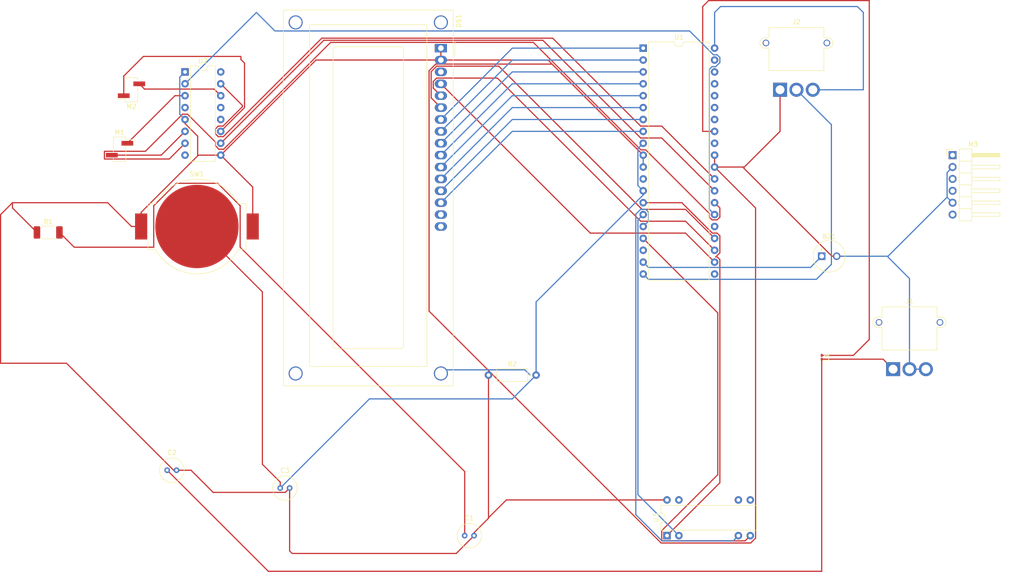
<source format=kicad_pcb>
(kicad_pcb (version 20171130) (host pcbnew "(5.1.9)-1")

  (general
    (thickness 1.6)
    (drawings 0)
    (tracks 248)
    (zones 0)
    (modules 17)
    (nets 58)
  )

  (page A4)
  (layers
    (0 F.Cu signal)
    (31 B.Cu signal)
    (32 B.Adhes user)
    (33 F.Adhes user)
    (34 B.Paste user)
    (35 F.Paste user)
    (36 B.SilkS user)
    (37 F.SilkS user)
    (38 B.Mask user)
    (39 F.Mask user)
    (40 Dwgs.User user)
    (41 Cmts.User user)
    (42 Eco1.User user)
    (43 Eco2.User user)
    (44 Edge.Cuts user)
    (45 Margin user)
    (46 B.CrtYd user)
    (47 F.CrtYd user)
    (48 B.Fab user)
    (49 F.Fab user)
  )

  (setup
    (last_trace_width 0.25)
    (trace_clearance 0.2)
    (zone_clearance 0.508)
    (zone_45_only no)
    (trace_min 0.2)
    (via_size 0.8)
    (via_drill 0.4)
    (via_min_size 0.4)
    (via_min_drill 0.3)
    (uvia_size 0.3)
    (uvia_drill 0.1)
    (uvias_allowed no)
    (uvia_min_size 0.2)
    (uvia_min_drill 0.1)
    (edge_width 0.05)
    (segment_width 0.2)
    (pcb_text_width 0.3)
    (pcb_text_size 1.5 1.5)
    (mod_edge_width 0.12)
    (mod_text_size 1 1)
    (mod_text_width 0.15)
    (pad_size 1.524 1.524)
    (pad_drill 0.762)
    (pad_to_mask_clearance 0)
    (aux_axis_origin 0 0)
    (visible_elements FFFFFF7F)
    (pcbplotparams
      (layerselection 0x010fc_ffffffff)
      (usegerberextensions false)
      (usegerberattributes true)
      (usegerberadvancedattributes true)
      (creategerberjobfile true)
      (excludeedgelayer true)
      (linewidth 0.100000)
      (plotframeref false)
      (viasonmask false)
      (mode 1)
      (useauxorigin false)
      (hpglpennumber 1)
      (hpglpenspeed 20)
      (hpglpendiameter 15.000000)
      (psnegative false)
      (psa4output false)
      (plotreference true)
      (plotvalue true)
      (plotinvisibletext false)
      (padsonsilk false)
      (subtractmaskfromsilk false)
      (outputformat 1)
      (mirror false)
      (drillshape 1)
      (scaleselection 1)
      (outputdirectory ""))
  )

  (net 0 "")
  (net 1 "Net-(BZ1-Pad1)")
  (net 2 GND)
  (net 3 "Net-(C1-Pad1)")
  (net 4 "Net-(C2-Pad1)")
  (net 5 "Net-(C3-Pad1)")
  (net 6 "Net-(DS1-Pad3)")
  (net 7 "Net-(DS1-Pad4)")
  (net 8 "Net-(DS1-Pad5)")
  (net 9 "Net-(DS1-Pad6)")
  (net 10 "Net-(DS1-Pad7)")
  (net 11 "Net-(DS1-Pad8)")
  (net 12 "Net-(DS1-Pad9)")
  (net 13 "Net-(DS1-Pad10)")
  (net 14 "Net-(DS1-Pad11)")
  (net 15 "Net-(DS1-Pad12)")
  (net 16 "Net-(DS1-Pad13)")
  (net 17 "Net-(DS1-Pad14)")
  (net 18 "Net-(DS1-Pad15)")
  (net 19 "Net-(DS1-Pad16)")
  (net 20 "Net-(J2-Pad3)")
  (net 21 "Net-(J2-Pad2)")
  (net 22 "Net-(L1-Pad1)")
  (net 23 "Net-(M1-Pad1)")
  (net 24 "Net-(M1-Pad2)")
  (net 25 "Net-(M2-Pad2)")
  (net 26 "Net-(M2-Pad1)")
  (net 27 "Net-(M3-Pad1)")
  (net 28 "Net-(M3-Pad3)")
  (net 29 "Net-(M3-Pad4)")
  (net 30 "Net-(M3-Pad6)")
  (net 31 "Net-(U1-Pad21)")
  (net 32 "Net-(U1-Pad25)")
  (net 33 "Net-(U1-Pad26)")
  (net 34 "Net-(U1-Pad27)")
  (net 35 "Net-(U1-Pad28)")
  (net 36 "Net-(U1-Pad29)")
  (net 37 "Net-(U1-Pad12)")
  (net 38 "Net-(U1-Pad32)")
  (net 39 "Net-(U1-Pad14)")
  (net 40 "Net-(U1-Pad34)")
  (net 41 "Net-(U1-Pad15)")
  (net 42 "Net-(U1-Pad35)")
  (net 43 "Net-(U1-Pad16)")
  (net 44 "Net-(U1-Pad36)")
  (net 45 "Net-(U1-Pad17)")
  (net 46 "Net-(U1-Pad37)")
  (net 47 "Net-(U1-Pad18)")
  (net 48 "Net-(U1-Pad38)")
  (net 49 "Net-(U1-Pad39)")
  (net 50 "Net-(U2-Pad4)")
  (net 51 "Net-(U2-Pad12)")
  (net 52 "Net-(U2-Pad13)")
  (net 53 "Net-(U2-Pad8)")
  (net 54 "Net-(U2-Pad16)")
  (net 55 "Net-(U3-Pad5)")
  (net 56 "Net-(U3-Pad6)")
  (net 57 "Net-(U3-Pad7)")

  (net_class Default "This is the default net class."
    (clearance 0.2)
    (trace_width 0.25)
    (via_dia 0.8)
    (via_drill 0.4)
    (uvia_dia 0.3)
    (uvia_drill 0.1)
    (add_net GND)
    (add_net "Net-(BZ1-Pad1)")
    (add_net "Net-(C1-Pad1)")
    (add_net "Net-(C2-Pad1)")
    (add_net "Net-(C3-Pad1)")
    (add_net "Net-(DS1-Pad10)")
    (add_net "Net-(DS1-Pad11)")
    (add_net "Net-(DS1-Pad12)")
    (add_net "Net-(DS1-Pad13)")
    (add_net "Net-(DS1-Pad14)")
    (add_net "Net-(DS1-Pad15)")
    (add_net "Net-(DS1-Pad16)")
    (add_net "Net-(DS1-Pad3)")
    (add_net "Net-(DS1-Pad4)")
    (add_net "Net-(DS1-Pad5)")
    (add_net "Net-(DS1-Pad6)")
    (add_net "Net-(DS1-Pad7)")
    (add_net "Net-(DS1-Pad8)")
    (add_net "Net-(DS1-Pad9)")
    (add_net "Net-(J2-Pad2)")
    (add_net "Net-(J2-Pad3)")
    (add_net "Net-(L1-Pad1)")
    (add_net "Net-(M1-Pad1)")
    (add_net "Net-(M1-Pad2)")
    (add_net "Net-(M2-Pad1)")
    (add_net "Net-(M2-Pad2)")
    (add_net "Net-(M3-Pad1)")
    (add_net "Net-(M3-Pad3)")
    (add_net "Net-(M3-Pad4)")
    (add_net "Net-(M3-Pad6)")
    (add_net "Net-(U1-Pad12)")
    (add_net "Net-(U1-Pad14)")
    (add_net "Net-(U1-Pad15)")
    (add_net "Net-(U1-Pad16)")
    (add_net "Net-(U1-Pad17)")
    (add_net "Net-(U1-Pad18)")
    (add_net "Net-(U1-Pad21)")
    (add_net "Net-(U1-Pad25)")
    (add_net "Net-(U1-Pad26)")
    (add_net "Net-(U1-Pad27)")
    (add_net "Net-(U1-Pad28)")
    (add_net "Net-(U1-Pad29)")
    (add_net "Net-(U1-Pad32)")
    (add_net "Net-(U1-Pad34)")
    (add_net "Net-(U1-Pad35)")
    (add_net "Net-(U1-Pad36)")
    (add_net "Net-(U1-Pad37)")
    (add_net "Net-(U1-Pad38)")
    (add_net "Net-(U1-Pad39)")
    (add_net "Net-(U2-Pad12)")
    (add_net "Net-(U2-Pad13)")
    (add_net "Net-(U2-Pad16)")
    (add_net "Net-(U2-Pad4)")
    (add_net "Net-(U2-Pad8)")
    (add_net "Net-(U3-Pad5)")
    (add_net "Net-(U3-Pad6)")
    (add_net "Net-(U3-Pad7)")
  )

  (module Buzzer_Beeper:MagneticBuzzer_Kingstate_KCG0601 (layer F.Cu) (tedit 5A030281) (tstamp 607B4EF3)
    (at 214.63 87.63)
    (descr "Buzzer, Elektromagnetic Beeper, Summer,")
    (tags "Kingstate KCG0601 ")
    (path /608B9EC9)
    (fp_text reference BZ1 (at 1.6 -4.2) (layer F.SilkS)
      (effects (font (size 1 1) (thickness 0.15)))
    )
    (fp_text value Buzzer (at 1.6 4.4) (layer F.Fab)
      (effects (font (size 1 1) (thickness 0.15)))
    )
    (fp_circle (center 1.6 0) (end 5 0) (layer F.SilkS) (width 0.12))
    (fp_circle (center 1.6 0) (end 2.4 0) (layer F.Fab) (width 0.1))
    (fp_circle (center 1.6 0) (end 4.9 0) (layer F.Fab) (width 0.1))
    (fp_circle (center 1.6 0) (end 5.15 0) (layer F.CrtYd) (width 0.05))
    (fp_text user + (at 0 -1.6) (layer F.SilkS)
      (effects (font (size 1 1) (thickness 0.15)))
    )
    (fp_text user + (at 0 -1.6) (layer F.Fab)
      (effects (font (size 1 1) (thickness 0.15)))
    )
    (fp_text user %R (at 1.6 -4.2) (layer F.Fab)
      (effects (font (size 1 1) (thickness 0.15)))
    )
    (pad 1 thru_hole rect (at 0 0) (size 1.6 1.6) (drill 1) (layers *.Cu *.Mask)
      (net 1 "Net-(BZ1-Pad1)"))
    (pad 2 thru_hole circle (at 3.2 0) (size 1.6 1.6) (drill 1) (layers *.Cu *.Mask)
      (net 2 GND))
    (model ${KISYS3DMOD}/Buzzer_Beeper.3dshapes/MagneticBuzzer_Kingstate_KCG0601.wrl
      (at (xyz 0 0 0))
      (scale (xyz 1 1 1))
      (rotate (xyz 0 0 0))
    )
  )

  (module Capacitor_THT:C_Radial_D5.0mm_H7.0mm_P2.00mm (layer F.Cu) (tedit 5BC5C9B9) (tstamp 607B4EFD)
    (at 138.43 147.32)
    (descr "C, Radial series, Radial, pin pitch=2.00mm, diameter=5mm, height=7mm, Non-Polar Electrolytic Capacitor")
    (tags "C Radial series Radial pin pitch 2.00mm diameter 5mm height 7mm Non-Polar Electrolytic Capacitor")
    (path /609775F1)
    (fp_text reference C1 (at 1 -3.75) (layer F.SilkS)
      (effects (font (size 1 1) (thickness 0.15)))
    )
    (fp_text value C (at 1 3.75) (layer F.Fab)
      (effects (font (size 1 1) (thickness 0.15)))
    )
    (fp_text user %R (at 1 0) (layer F.Fab)
      (effects (font (size 1 1) (thickness 0.15)))
    )
    (fp_circle (center 1 0) (end 3.5 0) (layer F.Fab) (width 0.1))
    (fp_circle (center 1 0) (end 3.62 0) (layer F.SilkS) (width 0.12))
    (fp_circle (center 1 0) (end 3.75 0) (layer F.CrtYd) (width 0.05))
    (pad 2 thru_hole circle (at 2 0) (size 1.2 1.2) (drill 0.6) (layers *.Cu *.Mask)
      (net 2 GND))
    (pad 1 thru_hole circle (at 0 0) (size 1.2 1.2) (drill 0.6) (layers *.Cu *.Mask)
      (net 3 "Net-(C1-Pad1)"))
    (model ${KISYS3DMOD}/Capacitor_THT.3dshapes/C_Radial_D5.0mm_H7.0mm_P2.00mm.wrl
      (at (xyz 0 0 0))
      (scale (xyz 1 1 1))
      (rotate (xyz 0 0 0))
    )
  )

  (module Capacitor_THT:C_Radial_D5.0mm_H7.0mm_P2.00mm (layer F.Cu) (tedit 5BC5C9B9) (tstamp 607B4F07)
    (at 74.93 133.35)
    (descr "C, Radial series, Radial, pin pitch=2.00mm, diameter=5mm, height=7mm, Non-Polar Electrolytic Capacitor")
    (tags "C Radial series Radial pin pitch 2.00mm diameter 5mm height 7mm Non-Polar Electrolytic Capacitor")
    (path /60949D70)
    (fp_text reference C2 (at 1 -3.75) (layer F.SilkS)
      (effects (font (size 1 1) (thickness 0.15)))
    )
    (fp_text value C (at 1 3.75) (layer F.Fab)
      (effects (font (size 1 1) (thickness 0.15)))
    )
    (fp_circle (center 1 0) (end 3.75 0) (layer F.CrtYd) (width 0.05))
    (fp_circle (center 1 0) (end 3.62 0) (layer F.SilkS) (width 0.12))
    (fp_circle (center 1 0) (end 3.5 0) (layer F.Fab) (width 0.1))
    (fp_text user %R (at 1 0) (layer F.Fab)
      (effects (font (size 1 1) (thickness 0.15)))
    )
    (pad 1 thru_hole circle (at 0 0) (size 1.2 1.2) (drill 0.6) (layers *.Cu *.Mask)
      (net 4 "Net-(C2-Pad1)"))
    (pad 2 thru_hole circle (at 2 0) (size 1.2 1.2) (drill 0.6) (layers *.Cu *.Mask)
      (net 2 GND))
    (model ${KISYS3DMOD}/Capacitor_THT.3dshapes/C_Radial_D5.0mm_H7.0mm_P2.00mm.wrl
      (at (xyz 0 0 0))
      (scale (xyz 1 1 1))
      (rotate (xyz 0 0 0))
    )
  )

  (module Capacitor_THT:C_Radial_D5.0mm_H7.0mm_P2.00mm (layer F.Cu) (tedit 5BC5C9B9) (tstamp 607B4F11)
    (at 99.06 137.16)
    (descr "C, Radial series, Radial, pin pitch=2.00mm, diameter=5mm, height=7mm, Non-Polar Electrolytic Capacitor")
    (tags "C Radial series Radial pin pitch 2.00mm diameter 5mm height 7mm Non-Polar Electrolytic Capacitor")
    (path /609C6AC9)
    (fp_text reference C3 (at 1 -3.75) (layer F.SilkS)
      (effects (font (size 1 1) (thickness 0.15)))
    )
    (fp_text value C (at 1 3.75) (layer F.Fab)
      (effects (font (size 1 1) (thickness 0.15)))
    )
    (fp_circle (center 1 0) (end 3.75 0) (layer F.CrtYd) (width 0.05))
    (fp_circle (center 1 0) (end 3.62 0) (layer F.SilkS) (width 0.12))
    (fp_circle (center 1 0) (end 3.5 0) (layer F.Fab) (width 0.1))
    (fp_text user %R (at 1 0) (layer F.Fab)
      (effects (font (size 1 1) (thickness 0.15)))
    )
    (pad 1 thru_hole circle (at 0 0) (size 1.2 1.2) (drill 0.6) (layers *.Cu *.Mask)
      (net 5 "Net-(C3-Pad1)"))
    (pad 2 thru_hole circle (at 2 0) (size 1.2 1.2) (drill 0.6) (layers *.Cu *.Mask)
      (net 2 GND))
    (model ${KISYS3DMOD}/Capacitor_THT.3dshapes/C_Radial_D5.0mm_H7.0mm_P2.00mm.wrl
      (at (xyz 0 0 0))
      (scale (xyz 1 1 1))
      (rotate (xyz 0 0 0))
    )
  )

  (module Display:WC1602A (layer F.Cu) (tedit 5A02FE80) (tstamp 607B4F47)
    (at 133.35 43.18 270)
    (descr "LCD 16x2 http://www.wincomlcd.com/pdf/WC1602A-SFYLYHTC06.pdf")
    (tags "LCD 16x2 Alphanumeric 16pin")
    (path /608C6CB3)
    (fp_text reference DS1 (at -5.82 -3.81 90) (layer F.SilkS)
      (effects (font (size 1 1) (thickness 0.15)))
    )
    (fp_text value WC1602A (at -4.31 34.66 90) (layer F.Fab)
      (effects (font (size 1 1) (thickness 0.15)))
    )
    (fp_line (start -8 33.5) (end -8 -2.5) (layer F.Fab) (width 0.1))
    (fp_line (start 72 33.5) (end -8 33.5) (layer F.Fab) (width 0.1))
    (fp_line (start 72 -2.5) (end 72 33.5) (layer F.Fab) (width 0.1))
    (fp_line (start 1 -2.5) (end 72 -2.5) (layer F.Fab) (width 0.1))
    (fp_line (start -5 28) (end -5 3) (layer F.SilkS) (width 0.12))
    (fp_line (start 68 28) (end -5 28) (layer F.SilkS) (width 0.12))
    (fp_line (start 68 3) (end 68 28) (layer F.SilkS) (width 0.12))
    (fp_line (start -5 3) (end 68 3) (layer F.SilkS) (width 0.12))
    (fp_line (start 64.2 8.5) (end 64.2 22.5) (layer F.SilkS) (width 0.12))
    (fp_line (start 63.70066 23) (end 0.2 23) (layer F.SilkS) (width 0.12))
    (fp_line (start -0.29972 22.49932) (end -0.29972 8.5) (layer F.SilkS) (width 0.12))
    (fp_line (start 0.2 8) (end 63.7 8) (layer F.SilkS) (width 0.12))
    (fp_line (start -1 -2.5) (end -8 -2.5) (layer F.Fab) (width 0.1))
    (fp_line (start 0 -1.5) (end -1 -2.5) (layer F.Fab) (width 0.1))
    (fp_line (start 1 -2.5) (end 0 -1.5) (layer F.Fab) (width 0.1))
    (fp_line (start -8.25 -2.75) (end 72.25 -2.75) (layer F.CrtYd) (width 0.05))
    (fp_line (start -1.5 -3) (end 1.5 -3) (layer F.SilkS) (width 0.12))
    (fp_line (start 72.25 -2.75) (end 72.25 33.75) (layer F.CrtYd) (width 0.05))
    (fp_line (start -8.25 33.75) (end 72.25 33.75) (layer F.CrtYd) (width 0.05))
    (fp_line (start -8.25 -2.75) (end -8.25 33.75) (layer F.CrtYd) (width 0.05))
    (fp_line (start -8.13 -2.64) (end -7.34 -2.64) (layer F.SilkS) (width 0.12))
    (fp_line (start -8.14 -2.64) (end -8.14 33.64) (layer F.SilkS) (width 0.12))
    (fp_line (start 72.14 -2.64) (end -7.34 -2.64) (layer F.SilkS) (width 0.12))
    (fp_line (start 72.14 33.64) (end 72.14 -2.64) (layer F.SilkS) (width 0.12))
    (fp_line (start -8.14 33.64) (end 72.14 33.64) (layer F.SilkS) (width 0.12))
    (fp_text user %R (at 30.37 14.74 90) (layer F.Fab)
      (effects (font (size 1 1) (thickness 0.1)))
    )
    (fp_arc (start 63.7 8.5) (end 63.7 8) (angle 90) (layer F.SilkS) (width 0.12))
    (fp_arc (start 63.70066 22.49932) (end 64.20104 22.49932) (angle 90) (layer F.SilkS) (width 0.12))
    (fp_arc (start 0.20066 22.49932) (end 0.20066 22.9997) (angle 90) (layer F.SilkS) (width 0.12))
    (fp_arc (start 0.20066 8.49884) (end -0.29972 8.49884) (angle 90) (layer F.SilkS) (width 0.12))
    (pad 1 thru_hole rect (at 0 0 270) (size 1.8 2.6) (drill 1.2) (layers *.Cu *.Mask)
      (net 2 GND))
    (pad 2 thru_hole oval (at 2.54 0 270) (size 1.8 2.6) (drill 1.2) (layers *.Cu *.Mask)
      (net 2 GND))
    (pad 3 thru_hole oval (at 5.08 0 270) (size 1.8 2.6) (drill 1.2) (layers *.Cu *.Mask)
      (net 6 "Net-(DS1-Pad3)"))
    (pad 4 thru_hole oval (at 7.62 0 270) (size 1.8 2.6) (drill 1.2) (layers *.Cu *.Mask)
      (net 7 "Net-(DS1-Pad4)"))
    (pad 5 thru_hole oval (at 10.16 0 270) (size 1.8 2.6) (drill 1.2) (layers *.Cu *.Mask)
      (net 8 "Net-(DS1-Pad5)"))
    (pad 6 thru_hole oval (at 12.7 0 270) (size 1.8 2.6) (drill 1.2) (layers *.Cu *.Mask)
      (net 9 "Net-(DS1-Pad6)"))
    (pad 7 thru_hole oval (at 15.24 0 270) (size 1.8 2.6) (drill 1.2) (layers *.Cu *.Mask)
      (net 10 "Net-(DS1-Pad7)"))
    (pad 8 thru_hole oval (at 17.78 0 270) (size 1.8 2.6) (drill 1.2) (layers *.Cu *.Mask)
      (net 11 "Net-(DS1-Pad8)"))
    (pad 9 thru_hole oval (at 20.32 0 270) (size 1.8 2.6) (drill 1.2) (layers *.Cu *.Mask)
      (net 12 "Net-(DS1-Pad9)"))
    (pad 10 thru_hole oval (at 22.86 0 270) (size 1.8 2.6) (drill 1.2) (layers *.Cu *.Mask)
      (net 13 "Net-(DS1-Pad10)"))
    (pad 11 thru_hole oval (at 25.4 0 270) (size 1.8 2.6) (drill 1.2) (layers *.Cu *.Mask)
      (net 14 "Net-(DS1-Pad11)"))
    (pad 12 thru_hole oval (at 27.94 0 270) (size 1.8 2.6) (drill 1.2) (layers *.Cu *.Mask)
      (net 15 "Net-(DS1-Pad12)"))
    (pad 13 thru_hole oval (at 30.48 0 270) (size 1.8 2.6) (drill 1.2) (layers *.Cu *.Mask)
      (net 16 "Net-(DS1-Pad13)"))
    (pad 14 thru_hole oval (at 33.02 0 270) (size 1.8 2.6) (drill 1.2) (layers *.Cu *.Mask)
      (net 17 "Net-(DS1-Pad14)"))
    (pad 15 thru_hole oval (at 35.56 0 270) (size 1.8 2.6) (drill 1.2) (layers *.Cu *.Mask)
      (net 18 "Net-(DS1-Pad15)"))
    (pad 16 thru_hole oval (at 38.1 0 270) (size 1.8 2.6) (drill 1.2) (layers *.Cu *.Mask)
      (net 19 "Net-(DS1-Pad16)"))
    (pad "" thru_hole circle (at -5.4991 0 270) (size 3 3) (drill 2.5) (layers *.Cu *.Mask))
    (pad "" thru_hole circle (at -5.4991 31.0007 270) (size 3 3) (drill 2.5) (layers *.Cu *.Mask))
    (pad "" thru_hole circle (at 69.49948 31.0007 270) (size 3 3) (drill 2.5) (layers *.Cu *.Mask))
    (pad "" thru_hole circle (at 69.5 0 270) (size 3 3) (drill 2.5) (layers *.Cu *.Mask))
    (model ${KISYS3DMOD}/Display.3dshapes/WC1602A.wrl
      (at (xyz 0 0 0))
      (scale (xyz 1 1 1))
      (rotate (xyz 0 0 0))
    )
  )

  (module Connector_AMASS:AMASS_MR30PW-M_1x03_P3.50mm_Horizontal (layer F.Cu) (tedit 5CA7562E) (tstamp 607B4F6E)
    (at 229.87 111.76)
    (descr "Connector XT30 Horizontal PCB Male, https://www.tme.eu/en/Document/5e47640ba39fa492dbd4c0f4c8ae7b93/MR30PW%20SPEC.pdf")
    (tags "RC Connector XT30")
    (path /60926F59)
    (fp_text reference J1 (at 3.5 -14.5) (layer F.SilkS)
      (effects (font (size 1 1) (thickness 0.15)))
    )
    (fp_text value Conn_01x03_Male (at 3.5 3.2) (layer F.Fab)
      (effects (font (size 1 1) (thickness 0.15)))
    )
    (fp_line (start 1.75 -13.2) (end 1.75 -4.2) (layer F.Fab) (width 0.1))
    (fp_line (start -4.7 2) (end 11.7 2) (layer F.CrtYd) (width 0.05))
    (fp_line (start 11.7 -13.7) (end 11.7 2) (layer F.CrtYd) (width 0.05))
    (fp_line (start -4.7 -13.7) (end -4.7 2) (layer F.CrtYd) (width 0.05))
    (fp_line (start -4.7 -13.7) (end 11.7 -13.7) (layer F.CrtYd) (width 0.05))
    (fp_line (start -2.36 -13.31) (end -2.36 -11.11) (layer F.SilkS) (width 0.12))
    (fp_line (start 9.36 -8.89) (end 10.2 -8.89) (layer F.SilkS) (width 0.12))
    (fp_line (start 9.36 -11.11) (end 10.2 -11.11) (layer F.SilkS) (width 0.12))
    (fp_line (start -3.2 -11.11) (end -2.36 -11.11) (layer F.SilkS) (width 0.12))
    (fp_line (start -3.2 -8.89) (end -2.36 -8.89) (layer F.SilkS) (width 0.12))
    (fp_line (start 9.25 -9) (end 9.25 -4.2) (layer F.Fab) (width 0.1))
    (fp_line (start -2.25 -9) (end -2.25 -4.2) (layer F.Fab) (width 0.1))
    (fp_line (start 9.25 -9) (end 10.2 -9) (layer F.Fab) (width 0.1))
    (fp_line (start -3.2 -9) (end -2.25 -9) (layer F.Fab) (width 0.1))
    (fp_line (start -3.2 -11) (end -2.25 -11) (layer F.Fab) (width 0.1))
    (fp_line (start 9.25 -11) (end 10.2 -11) (layer F.Fab) (width 0.1))
    (fp_line (start -2.36 -8.89) (end -2.36 -4.09) (layer F.SilkS) (width 0.12))
    (fp_line (start 9.36 -13.31) (end 9.36 -11.11) (layer F.SilkS) (width 0.12))
    (fp_line (start 9.36 -8.89) (end 9.36 -4.09) (layer F.SilkS) (width 0.12))
    (fp_line (start -2.36 -4.09) (end 9.36 -4.09) (layer F.SilkS) (width 0.12))
    (fp_line (start -2.36 -13.31) (end 9.36 -13.31) (layer F.SilkS) (width 0.12))
    (fp_line (start -2.25 -13.2) (end 9.25 -13.2) (layer F.Fab) (width 0.1))
    (fp_line (start -2.25 -4.2) (end 9.25 -4.2) (layer F.Fab) (width 0.1))
    (fp_line (start 9.25 -13.2) (end 9.25 -11) (layer F.Fab) (width 0.1))
    (fp_line (start -2.25 -13.2) (end -2.25 -11) (layer F.Fab) (width 0.1))
    (fp_text user %R (at 3.5 -2.7) (layer F.Fab)
      (effects (font (size 1 1) (thickness 0.15)))
    )
    (fp_arc (start -3.2 -10) (end -3.2 -9) (angle 180) (layer F.Fab) (width 0.1))
    (fp_arc (start 10.2 -10) (end 10.2 -11) (angle 180) (layer F.Fab) (width 0.1))
    (fp_arc (start 10.2 -10) (end 10.2 -11.11) (angle 180) (layer F.SilkS) (width 0.12))
    (fp_arc (start -3.2 -10) (end -3.2 -8.89) (angle 180) (layer F.SilkS) (width 0.12))
    (pad "" thru_hole circle (at -3 -10) (size 1.4 1.4) (drill 1) (layers *.Cu *.Mask))
    (pad "" thru_hole circle (at 10 -10) (size 1.4 1.4) (drill 1) (layers *.Cu *.Mask))
    (pad 1 thru_hole rect (at 0 0) (size 3 3) (drill 1.9) (layers *.Cu *.Mask)
      (net 4 "Net-(C2-Pad1)"))
    (pad 2 thru_hole circle (at 3.5 0) (size 3 3) (drill 1.9) (layers *.Cu *.Mask)
      (net 2 GND))
    (pad 3 thru_hole circle (at 7 0) (size 3 3) (drill 1.9) (layers *.Cu *.Mask)
      (net 2 GND))
    (model ${KISYS3DMOD}/Connector_AMASS.3dshapes/AMASS_MR30PW-M_1x03_P3.50mm_Horizontal.wrl
      (at (xyz 0 0 0))
      (scale (xyz 1 1 1))
      (rotate (xyz 0 0 0))
    )
  )

  (module Connector_AMASS:AMASS_MR30PW-M_1x03_P3.50mm_Horizontal (layer F.Cu) (tedit 5CA7562E) (tstamp 607B4F95)
    (at 205.74 52.07)
    (descr "Connector XT30 Horizontal PCB Male, https://www.tme.eu/en/Document/5e47640ba39fa492dbd4c0f4c8ae7b93/MR30PW%20SPEC.pdf")
    (tags "RC Connector XT30")
    (path /60988F46)
    (fp_text reference J2 (at 3.5 -14.5) (layer F.SilkS)
      (effects (font (size 1 1) (thickness 0.15)))
    )
    (fp_text value Conn_01x04_Male (at 3.5 3.2) (layer F.Fab)
      (effects (font (size 1 1) (thickness 0.15)))
    )
    (fp_arc (start -3.2 -10) (end -3.2 -8.89) (angle 180) (layer F.SilkS) (width 0.12))
    (fp_arc (start 10.2 -10) (end 10.2 -11.11) (angle 180) (layer F.SilkS) (width 0.12))
    (fp_arc (start 10.2 -10) (end 10.2 -11) (angle 180) (layer F.Fab) (width 0.1))
    (fp_arc (start -3.2 -10) (end -3.2 -9) (angle 180) (layer F.Fab) (width 0.1))
    (fp_text user %R (at 3.5 -2.7) (layer F.Fab)
      (effects (font (size 1 1) (thickness 0.15)))
    )
    (fp_line (start -2.25 -13.2) (end -2.25 -11) (layer F.Fab) (width 0.1))
    (fp_line (start 9.25 -13.2) (end 9.25 -11) (layer F.Fab) (width 0.1))
    (fp_line (start -2.25 -4.2) (end 9.25 -4.2) (layer F.Fab) (width 0.1))
    (fp_line (start -2.25 -13.2) (end 9.25 -13.2) (layer F.Fab) (width 0.1))
    (fp_line (start -2.36 -13.31) (end 9.36 -13.31) (layer F.SilkS) (width 0.12))
    (fp_line (start -2.36 -4.09) (end 9.36 -4.09) (layer F.SilkS) (width 0.12))
    (fp_line (start 9.36 -8.89) (end 9.36 -4.09) (layer F.SilkS) (width 0.12))
    (fp_line (start 9.36 -13.31) (end 9.36 -11.11) (layer F.SilkS) (width 0.12))
    (fp_line (start -2.36 -8.89) (end -2.36 -4.09) (layer F.SilkS) (width 0.12))
    (fp_line (start 9.25 -11) (end 10.2 -11) (layer F.Fab) (width 0.1))
    (fp_line (start -3.2 -11) (end -2.25 -11) (layer F.Fab) (width 0.1))
    (fp_line (start -3.2 -9) (end -2.25 -9) (layer F.Fab) (width 0.1))
    (fp_line (start 9.25 -9) (end 10.2 -9) (layer F.Fab) (width 0.1))
    (fp_line (start -2.25 -9) (end -2.25 -4.2) (layer F.Fab) (width 0.1))
    (fp_line (start 9.25 -9) (end 9.25 -4.2) (layer F.Fab) (width 0.1))
    (fp_line (start -3.2 -8.89) (end -2.36 -8.89) (layer F.SilkS) (width 0.12))
    (fp_line (start -3.2 -11.11) (end -2.36 -11.11) (layer F.SilkS) (width 0.12))
    (fp_line (start 9.36 -11.11) (end 10.2 -11.11) (layer F.SilkS) (width 0.12))
    (fp_line (start 9.36 -8.89) (end 10.2 -8.89) (layer F.SilkS) (width 0.12))
    (fp_line (start -2.36 -13.31) (end -2.36 -11.11) (layer F.SilkS) (width 0.12))
    (fp_line (start -4.7 -13.7) (end 11.7 -13.7) (layer F.CrtYd) (width 0.05))
    (fp_line (start -4.7 -13.7) (end -4.7 2) (layer F.CrtYd) (width 0.05))
    (fp_line (start 11.7 -13.7) (end 11.7 2) (layer F.CrtYd) (width 0.05))
    (fp_line (start -4.7 2) (end 11.7 2) (layer F.CrtYd) (width 0.05))
    (fp_line (start 1.75 -13.2) (end 1.75 -4.2) (layer F.Fab) (width 0.1))
    (pad 3 thru_hole circle (at 7 0) (size 3 3) (drill 1.9) (layers *.Cu *.Mask)
      (net 20 "Net-(J2-Pad3)"))
    (pad 2 thru_hole circle (at 3.5 0) (size 3 3) (drill 1.9) (layers *.Cu *.Mask)
      (net 21 "Net-(J2-Pad2)"))
    (pad 1 thru_hole rect (at 0 0) (size 3 3) (drill 1.9) (layers *.Cu *.Mask)
      (net 2 GND))
    (pad "" thru_hole circle (at 10 -10) (size 1.4 1.4) (drill 1) (layers *.Cu *.Mask))
    (pad "" thru_hole circle (at -3 -10) (size 1.4 1.4) (drill 1) (layers *.Cu *.Mask))
    (model ${KISYS3DMOD}/Connector_AMASS.3dshapes/AMASS_MR30PW-M_1x03_P3.50mm_Horizontal.wrl
      (at (xyz 0 0 0))
      (scale (xyz 1 1 1))
      (rotate (xyz 0 0 0))
    )
  )

  (module Inductor_SMD:L_0201_0603Metric_Pad0.64x0.40mm_HandSolder (layer F.Cu) (tedit 5F6BBB3E) (tstamp 607B4FA6)
    (at 214.63 109.22 270)
    (descr "Inductor SMD 0201 (0603 Metric), square (rectangular) end terminal, IPC_7351 nominal with elongated pad for handsoldering. (Body size source: https://www.vishay.com/docs/20052/crcw0201e3.pdf), generated with kicad-footprint-generator")
    (tags "inductor handsolder")
    (path /609144FC)
    (attr smd)
    (fp_text reference L1 (at 0 -1.05 90) (layer F.SilkS)
      (effects (font (size 1 1) (thickness 0.15)))
    )
    (fp_text value L (at 0 1.05 90) (layer F.Fab)
      (effects (font (size 1 1) (thickness 0.15)))
    )
    (fp_line (start 0.88 0.35) (end -0.88 0.35) (layer F.CrtYd) (width 0.05))
    (fp_line (start 0.88 -0.35) (end 0.88 0.35) (layer F.CrtYd) (width 0.05))
    (fp_line (start -0.88 -0.35) (end 0.88 -0.35) (layer F.CrtYd) (width 0.05))
    (fp_line (start -0.88 0.35) (end -0.88 -0.35) (layer F.CrtYd) (width 0.05))
    (fp_line (start 0.3 0.15) (end -0.3 0.15) (layer F.Fab) (width 0.1))
    (fp_line (start 0.3 -0.15) (end 0.3 0.15) (layer F.Fab) (width 0.1))
    (fp_line (start -0.3 -0.15) (end 0.3 -0.15) (layer F.Fab) (width 0.1))
    (fp_line (start -0.3 0.15) (end -0.3 -0.15) (layer F.Fab) (width 0.1))
    (fp_text user %R (at 0 -0.68 90) (layer F.Fab)
      (effects (font (size 0.25 0.25) (thickness 0.04)))
    )
    (pad "" smd roundrect (at -0.4325 0 270) (size 0.458 0.36) (layers F.Paste) (roundrect_rratio 0.25))
    (pad "" smd roundrect (at 0.4325 0 270) (size 0.458 0.36) (layers F.Paste) (roundrect_rratio 0.25))
    (pad 1 smd roundrect (at -0.4075 0 270) (size 0.635 0.4) (layers F.Cu F.Mask) (roundrect_rratio 0.25)
      (net 22 "Net-(L1-Pad1)"))
    (pad 2 smd roundrect (at 0.4075 0 270) (size 0.635 0.4) (layers F.Cu F.Mask) (roundrect_rratio 0.25)
      (net 4 "Net-(C2-Pad1)"))
    (model ${KISYS3DMOD}/Inductor_SMD.3dshapes/L_0201_0603Metric.wrl
      (at (xyz 0 0 0))
      (scale (xyz 1 1 1))
      (rotate (xyz 0 0 0))
    )
  )

  (module Connector_PinHeader_2.54mm:PinHeader_1x02_P2.54mm_Vertical_SMD_Pin1Right (layer F.Cu) (tedit 59FED5CC) (tstamp 607B4FC3)
    (at 64.77 64.77)
    (descr "surface-mounted straight pin header, 1x02, 2.54mm pitch, single row, style 2 (pin 1 right)")
    (tags "Surface mounted pin header SMD 1x02 2.54mm single row style2 pin1 right")
    (path /6081A057)
    (attr smd)
    (fp_text reference M1 (at 0 -3.6) (layer F.SilkS)
      (effects (font (size 1 1) (thickness 0.15)))
    )
    (fp_text value Motor_AC (at 0 3.6) (layer F.Fab)
      (effects (font (size 1 1) (thickness 0.15)))
    )
    (fp_text user %R (at 0 0 90) (layer F.Fab)
      (effects (font (size 1 1) (thickness 0.15)))
    )
    (fp_line (start 1.27 2.54) (end -1.27 2.54) (layer F.Fab) (width 0.1))
    (fp_line (start -1.27 -2.54) (end 0.32 -2.54) (layer F.Fab) (width 0.1))
    (fp_line (start 1.27 2.54) (end 1.27 -1.59) (layer F.Fab) (width 0.1))
    (fp_line (start 1.27 -1.59) (end 0.32 -2.54) (layer F.Fab) (width 0.1))
    (fp_line (start -1.27 -2.54) (end -1.27 2.54) (layer F.Fab) (width 0.1))
    (fp_line (start -1.27 0.95) (end -2.54 0.95) (layer F.Fab) (width 0.1))
    (fp_line (start -2.54 0.95) (end -2.54 1.59) (layer F.Fab) (width 0.1))
    (fp_line (start -2.54 1.59) (end -1.27 1.59) (layer F.Fab) (width 0.1))
    (fp_line (start 1.27 -1.59) (end 2.54 -1.59) (layer F.Fab) (width 0.1))
    (fp_line (start 2.54 -1.59) (end 2.54 -0.95) (layer F.Fab) (width 0.1))
    (fp_line (start 2.54 -0.95) (end 1.27 -0.95) (layer F.Fab) (width 0.1))
    (fp_line (start -1.33 -2.6) (end 1.33 -2.6) (layer F.SilkS) (width 0.12))
    (fp_line (start -1.33 2.6) (end 1.33 2.6) (layer F.SilkS) (width 0.12))
    (fp_line (start 1.33 -0.51) (end 1.33 2.6) (layer F.SilkS) (width 0.12))
    (fp_line (start -1.33 -2.6) (end -1.33 0.51) (layer F.SilkS) (width 0.12))
    (fp_line (start 1.33 -2.03) (end 2.85 -2.03) (layer F.SilkS) (width 0.12))
    (fp_line (start 1.33 -2.6) (end 1.33 -2.03) (layer F.SilkS) (width 0.12))
    (fp_line (start -1.33 2.03) (end -1.33 2.6) (layer F.SilkS) (width 0.12))
    (fp_line (start -3.45 -3.05) (end -3.45 3.05) (layer F.CrtYd) (width 0.05))
    (fp_line (start -3.45 3.05) (end 3.45 3.05) (layer F.CrtYd) (width 0.05))
    (fp_line (start 3.45 3.05) (end 3.45 -3.05) (layer F.CrtYd) (width 0.05))
    (fp_line (start 3.45 -3.05) (end -3.45 -3.05) (layer F.CrtYd) (width 0.05))
    (pad 1 smd rect (at 1.655 -1.27) (size 2.51 1) (layers F.Cu F.Paste F.Mask)
      (net 23 "Net-(M1-Pad1)"))
    (pad 2 smd rect (at -1.655 1.27) (size 2.51 1) (layers F.Cu F.Paste F.Mask)
      (net 24 "Net-(M1-Pad2)"))
    (model ${KISYS3DMOD}/Connector_PinHeader_2.54mm.3dshapes/PinHeader_1x02_P2.54mm_Vertical_SMD_Pin1Right.wrl
      (at (xyz 0 0 0))
      (scale (xyz 1 1 1))
      (rotate (xyz 0 0 0))
    )
  )

  (module Connector_PinHeader_2.54mm:PinHeader_1x02_P2.54mm_Vertical_SMD_Pin1Right (layer F.Cu) (tedit 59FED5CC) (tstamp 607B4FE0)
    (at 67.31 52.07 180)
    (descr "surface-mounted straight pin header, 1x02, 2.54mm pitch, single row, style 2 (pin 1 right)")
    (tags "Surface mounted pin header SMD 1x02 2.54mm single row style2 pin1 right")
    (path /6081952D)
    (attr smd)
    (fp_text reference M2 (at 0 -3.6) (layer F.SilkS)
      (effects (font (size 1 1) (thickness 0.15)))
    )
    (fp_text value Motor_AC (at 0 3.6) (layer F.Fab)
      (effects (font (size 1 1) (thickness 0.15)))
    )
    (fp_line (start 3.45 -3.05) (end -3.45 -3.05) (layer F.CrtYd) (width 0.05))
    (fp_line (start 3.45 3.05) (end 3.45 -3.05) (layer F.CrtYd) (width 0.05))
    (fp_line (start -3.45 3.05) (end 3.45 3.05) (layer F.CrtYd) (width 0.05))
    (fp_line (start -3.45 -3.05) (end -3.45 3.05) (layer F.CrtYd) (width 0.05))
    (fp_line (start -1.33 2.03) (end -1.33 2.6) (layer F.SilkS) (width 0.12))
    (fp_line (start 1.33 -2.6) (end 1.33 -2.03) (layer F.SilkS) (width 0.12))
    (fp_line (start 1.33 -2.03) (end 2.85 -2.03) (layer F.SilkS) (width 0.12))
    (fp_line (start -1.33 -2.6) (end -1.33 0.51) (layer F.SilkS) (width 0.12))
    (fp_line (start 1.33 -0.51) (end 1.33 2.6) (layer F.SilkS) (width 0.12))
    (fp_line (start -1.33 2.6) (end 1.33 2.6) (layer F.SilkS) (width 0.12))
    (fp_line (start -1.33 -2.6) (end 1.33 -2.6) (layer F.SilkS) (width 0.12))
    (fp_line (start 2.54 -0.95) (end 1.27 -0.95) (layer F.Fab) (width 0.1))
    (fp_line (start 2.54 -1.59) (end 2.54 -0.95) (layer F.Fab) (width 0.1))
    (fp_line (start 1.27 -1.59) (end 2.54 -1.59) (layer F.Fab) (width 0.1))
    (fp_line (start -2.54 1.59) (end -1.27 1.59) (layer F.Fab) (width 0.1))
    (fp_line (start -2.54 0.95) (end -2.54 1.59) (layer F.Fab) (width 0.1))
    (fp_line (start -1.27 0.95) (end -2.54 0.95) (layer F.Fab) (width 0.1))
    (fp_line (start -1.27 -2.54) (end -1.27 2.54) (layer F.Fab) (width 0.1))
    (fp_line (start 1.27 -1.59) (end 0.32 -2.54) (layer F.Fab) (width 0.1))
    (fp_line (start 1.27 2.54) (end 1.27 -1.59) (layer F.Fab) (width 0.1))
    (fp_line (start -1.27 -2.54) (end 0.32 -2.54) (layer F.Fab) (width 0.1))
    (fp_line (start 1.27 2.54) (end -1.27 2.54) (layer F.Fab) (width 0.1))
    (fp_text user %R (at 0 0 90) (layer F.Fab)
      (effects (font (size 1 1) (thickness 0.15)))
    )
    (pad 2 smd rect (at -1.655 1.27 180) (size 2.51 1) (layers F.Cu F.Paste F.Mask)
      (net 25 "Net-(M2-Pad2)"))
    (pad 1 smd rect (at 1.655 -1.27 180) (size 2.51 1) (layers F.Cu F.Paste F.Mask)
      (net 26 "Net-(M2-Pad1)"))
    (model ${KISYS3DMOD}/Connector_PinHeader_2.54mm.3dshapes/PinHeader_1x02_P2.54mm_Vertical_SMD_Pin1Right.wrl
      (at (xyz 0 0 0))
      (scale (xyz 1 1 1))
      (rotate (xyz 0 0 0))
    )
  )

  (module Connector_PinHeader_2.54mm:PinHeader_1x06_P2.54mm_Horizontal (layer F.Cu) (tedit 59FED5CB) (tstamp 607B5047)
    (at 242.57 66.04)
    (descr "Through hole angled pin header, 1x06, 2.54mm pitch, 6mm pin length, single row")
    (tags "Through hole angled pin header THT 1x06 2.54mm single row")
    (path /6082772C)
    (fp_text reference M3 (at 4.385 -2.27) (layer F.SilkS)
      (effects (font (size 1 1) (thickness 0.15)))
    )
    (fp_text value Stepper_Motor_unipolar_6pin (at 4.385 14.97) (layer F.Fab)
      (effects (font (size 1 1) (thickness 0.15)))
    )
    (fp_line (start 10.55 -1.8) (end -1.8 -1.8) (layer F.CrtYd) (width 0.05))
    (fp_line (start 10.55 14.5) (end 10.55 -1.8) (layer F.CrtYd) (width 0.05))
    (fp_line (start -1.8 14.5) (end 10.55 14.5) (layer F.CrtYd) (width 0.05))
    (fp_line (start -1.8 -1.8) (end -1.8 14.5) (layer F.CrtYd) (width 0.05))
    (fp_line (start -1.27 -1.27) (end 0 -1.27) (layer F.SilkS) (width 0.12))
    (fp_line (start -1.27 0) (end -1.27 -1.27) (layer F.SilkS) (width 0.12))
    (fp_line (start 1.042929 13.08) (end 1.44 13.08) (layer F.SilkS) (width 0.12))
    (fp_line (start 1.042929 12.32) (end 1.44 12.32) (layer F.SilkS) (width 0.12))
    (fp_line (start 10.1 13.08) (end 4.1 13.08) (layer F.SilkS) (width 0.12))
    (fp_line (start 10.1 12.32) (end 10.1 13.08) (layer F.SilkS) (width 0.12))
    (fp_line (start 4.1 12.32) (end 10.1 12.32) (layer F.SilkS) (width 0.12))
    (fp_line (start 1.44 11.43) (end 4.1 11.43) (layer F.SilkS) (width 0.12))
    (fp_line (start 1.042929 10.54) (end 1.44 10.54) (layer F.SilkS) (width 0.12))
    (fp_line (start 1.042929 9.78) (end 1.44 9.78) (layer F.SilkS) (width 0.12))
    (fp_line (start 10.1 10.54) (end 4.1 10.54) (layer F.SilkS) (width 0.12))
    (fp_line (start 10.1 9.78) (end 10.1 10.54) (layer F.SilkS) (width 0.12))
    (fp_line (start 4.1 9.78) (end 10.1 9.78) (layer F.SilkS) (width 0.12))
    (fp_line (start 1.44 8.89) (end 4.1 8.89) (layer F.SilkS) (width 0.12))
    (fp_line (start 1.042929 8) (end 1.44 8) (layer F.SilkS) (width 0.12))
    (fp_line (start 1.042929 7.24) (end 1.44 7.24) (layer F.SilkS) (width 0.12))
    (fp_line (start 10.1 8) (end 4.1 8) (layer F.SilkS) (width 0.12))
    (fp_line (start 10.1 7.24) (end 10.1 8) (layer F.SilkS) (width 0.12))
    (fp_line (start 4.1 7.24) (end 10.1 7.24) (layer F.SilkS) (width 0.12))
    (fp_line (start 1.44 6.35) (end 4.1 6.35) (layer F.SilkS) (width 0.12))
    (fp_line (start 1.042929 5.46) (end 1.44 5.46) (layer F.SilkS) (width 0.12))
    (fp_line (start 1.042929 4.7) (end 1.44 4.7) (layer F.SilkS) (width 0.12))
    (fp_line (start 10.1 5.46) (end 4.1 5.46) (layer F.SilkS) (width 0.12))
    (fp_line (start 10.1 4.7) (end 10.1 5.46) (layer F.SilkS) (width 0.12))
    (fp_line (start 4.1 4.7) (end 10.1 4.7) (layer F.SilkS) (width 0.12))
    (fp_line (start 1.44 3.81) (end 4.1 3.81) (layer F.SilkS) (width 0.12))
    (fp_line (start 1.042929 2.92) (end 1.44 2.92) (layer F.SilkS) (width 0.12))
    (fp_line (start 1.042929 2.16) (end 1.44 2.16) (layer F.SilkS) (width 0.12))
    (fp_line (start 10.1 2.92) (end 4.1 2.92) (layer F.SilkS) (width 0.12))
    (fp_line (start 10.1 2.16) (end 10.1 2.92) (layer F.SilkS) (width 0.12))
    (fp_line (start 4.1 2.16) (end 10.1 2.16) (layer F.SilkS) (width 0.12))
    (fp_line (start 1.44 1.27) (end 4.1 1.27) (layer F.SilkS) (width 0.12))
    (fp_line (start 1.11 0.38) (end 1.44 0.38) (layer F.SilkS) (width 0.12))
    (fp_line (start 1.11 -0.38) (end 1.44 -0.38) (layer F.SilkS) (width 0.12))
    (fp_line (start 4.1 0.28) (end 10.1 0.28) (layer F.SilkS) (width 0.12))
    (fp_line (start 4.1 0.16) (end 10.1 0.16) (layer F.SilkS) (width 0.12))
    (fp_line (start 4.1 0.04) (end 10.1 0.04) (layer F.SilkS) (width 0.12))
    (fp_line (start 4.1 -0.08) (end 10.1 -0.08) (layer F.SilkS) (width 0.12))
    (fp_line (start 4.1 -0.2) (end 10.1 -0.2) (layer F.SilkS) (width 0.12))
    (fp_line (start 4.1 -0.32) (end 10.1 -0.32) (layer F.SilkS) (width 0.12))
    (fp_line (start 10.1 0.38) (end 4.1 0.38) (layer F.SilkS) (width 0.12))
    (fp_line (start 10.1 -0.38) (end 10.1 0.38) (layer F.SilkS) (width 0.12))
    (fp_line (start 4.1 -0.38) (end 10.1 -0.38) (layer F.SilkS) (width 0.12))
    (fp_line (start 4.1 -1.33) (end 1.44 -1.33) (layer F.SilkS) (width 0.12))
    (fp_line (start 4.1 14.03) (end 4.1 -1.33) (layer F.SilkS) (width 0.12))
    (fp_line (start 1.44 14.03) (end 4.1 14.03) (layer F.SilkS) (width 0.12))
    (fp_line (start 1.44 -1.33) (end 1.44 14.03) (layer F.SilkS) (width 0.12))
    (fp_line (start 4.04 13.02) (end 10.04 13.02) (layer F.Fab) (width 0.1))
    (fp_line (start 10.04 12.38) (end 10.04 13.02) (layer F.Fab) (width 0.1))
    (fp_line (start 4.04 12.38) (end 10.04 12.38) (layer F.Fab) (width 0.1))
    (fp_line (start -0.32 13.02) (end 1.5 13.02) (layer F.Fab) (width 0.1))
    (fp_line (start -0.32 12.38) (end -0.32 13.02) (layer F.Fab) (width 0.1))
    (fp_line (start -0.32 12.38) (end 1.5 12.38) (layer F.Fab) (width 0.1))
    (fp_line (start 4.04 10.48) (end 10.04 10.48) (layer F.Fab) (width 0.1))
    (fp_line (start 10.04 9.84) (end 10.04 10.48) (layer F.Fab) (width 0.1))
    (fp_line (start 4.04 9.84) (end 10.04 9.84) (layer F.Fab) (width 0.1))
    (fp_line (start -0.32 10.48) (end 1.5 10.48) (layer F.Fab) (width 0.1))
    (fp_line (start -0.32 9.84) (end -0.32 10.48) (layer F.Fab) (width 0.1))
    (fp_line (start -0.32 9.84) (end 1.5 9.84) (layer F.Fab) (width 0.1))
    (fp_line (start 4.04 7.94) (end 10.04 7.94) (layer F.Fab) (width 0.1))
    (fp_line (start 10.04 7.3) (end 10.04 7.94) (layer F.Fab) (width 0.1))
    (fp_line (start 4.04 7.3) (end 10.04 7.3) (layer F.Fab) (width 0.1))
    (fp_line (start -0.32 7.94) (end 1.5 7.94) (layer F.Fab) (width 0.1))
    (fp_line (start -0.32 7.3) (end -0.32 7.94) (layer F.Fab) (width 0.1))
    (fp_line (start -0.32 7.3) (end 1.5 7.3) (layer F.Fab) (width 0.1))
    (fp_line (start 4.04 5.4) (end 10.04 5.4) (layer F.Fab) (width 0.1))
    (fp_line (start 10.04 4.76) (end 10.04 5.4) (layer F.Fab) (width 0.1))
    (fp_line (start 4.04 4.76) (end 10.04 4.76) (layer F.Fab) (width 0.1))
    (fp_line (start -0.32 5.4) (end 1.5 5.4) (layer F.Fab) (width 0.1))
    (fp_line (start -0.32 4.76) (end -0.32 5.4) (layer F.Fab) (width 0.1))
    (fp_line (start -0.32 4.76) (end 1.5 4.76) (layer F.Fab) (width 0.1))
    (fp_line (start 4.04 2.86) (end 10.04 2.86) (layer F.Fab) (width 0.1))
    (fp_line (start 10.04 2.22) (end 10.04 2.86) (layer F.Fab) (width 0.1))
    (fp_line (start 4.04 2.22) (end 10.04 2.22) (layer F.Fab) (width 0.1))
    (fp_line (start -0.32 2.86) (end 1.5 2.86) (layer F.Fab) (width 0.1))
    (fp_line (start -0.32 2.22) (end -0.32 2.86) (layer F.Fab) (width 0.1))
    (fp_line (start -0.32 2.22) (end 1.5 2.22) (layer F.Fab) (width 0.1))
    (fp_line (start 4.04 0.32) (end 10.04 0.32) (layer F.Fab) (width 0.1))
    (fp_line (start 10.04 -0.32) (end 10.04 0.32) (layer F.Fab) (width 0.1))
    (fp_line (start 4.04 -0.32) (end 10.04 -0.32) (layer F.Fab) (width 0.1))
    (fp_line (start -0.32 0.32) (end 1.5 0.32) (layer F.Fab) (width 0.1))
    (fp_line (start -0.32 -0.32) (end -0.32 0.32) (layer F.Fab) (width 0.1))
    (fp_line (start -0.32 -0.32) (end 1.5 -0.32) (layer F.Fab) (width 0.1))
    (fp_line (start 1.5 -0.635) (end 2.135 -1.27) (layer F.Fab) (width 0.1))
    (fp_line (start 1.5 13.97) (end 1.5 -0.635) (layer F.Fab) (width 0.1))
    (fp_line (start 4.04 13.97) (end 1.5 13.97) (layer F.Fab) (width 0.1))
    (fp_line (start 4.04 -1.27) (end 4.04 13.97) (layer F.Fab) (width 0.1))
    (fp_line (start 2.135 -1.27) (end 4.04 -1.27) (layer F.Fab) (width 0.1))
    (fp_text user %R (at 2.77 6.35 90) (layer F.Fab)
      (effects (font (size 1 1) (thickness 0.15)))
    )
    (pad 1 thru_hole rect (at 0 0) (size 1.7 1.7) (drill 1) (layers *.Cu *.Mask)
      (net 27 "Net-(M3-Pad1)"))
    (pad 2 thru_hole oval (at 0 2.54) (size 1.7 1.7) (drill 1) (layers *.Cu *.Mask)
      (net 2 GND))
    (pad 3 thru_hole oval (at 0 5.08) (size 1.7 1.7) (drill 1) (layers *.Cu *.Mask)
      (net 28 "Net-(M3-Pad3)"))
    (pad 4 thru_hole oval (at 0 7.62) (size 1.7 1.7) (drill 1) (layers *.Cu *.Mask)
      (net 29 "Net-(M3-Pad4)"))
    (pad 5 thru_hole oval (at 0 10.16) (size 1.7 1.7) (drill 1) (layers *.Cu *.Mask)
      (net 2 GND))
    (pad 6 thru_hole oval (at 0 12.7) (size 1.7 1.7) (drill 1) (layers *.Cu *.Mask)
      (net 30 "Net-(M3-Pad6)"))
    (model ${KISYS3DMOD}/Connector_PinHeader_2.54mm.3dshapes/PinHeader_1x06_P2.54mm_Horizontal.wrl
      (at (xyz 0 0 0))
      (scale (xyz 1 1 1))
      (rotate (xyz 0 0 0))
    )
  )

  (module Resistor_SMD:R_2010_5025Metric_Pad1.40x2.65mm_HandSolder (layer F.Cu) (tedit 5F68FEEE) (tstamp 607B5058)
    (at 49.53 82.55)
    (descr "Resistor SMD 2010 (5025 Metric), square (rectangular) end terminal, IPC_7351 nominal with elongated pad for handsoldering. (Body size source: IPC-SM-782 page 72, https://www.pcb-3d.com/wordpress/wp-content/uploads/ipc-sm-782a_amendment_1_and_2.pdf), generated with kicad-footprint-generator")
    (tags "resistor handsolder")
    (path /60976EBE)
    (attr smd)
    (fp_text reference R1 (at 0 -2.28) (layer F.SilkS)
      (effects (font (size 1 1) (thickness 0.15)))
    )
    (fp_text value R (at 0 2.28) (layer F.Fab)
      (effects (font (size 1 1) (thickness 0.15)))
    )
    (fp_line (start 3.35 1.58) (end -3.35 1.58) (layer F.CrtYd) (width 0.05))
    (fp_line (start 3.35 -1.58) (end 3.35 1.58) (layer F.CrtYd) (width 0.05))
    (fp_line (start -3.35 -1.58) (end 3.35 -1.58) (layer F.CrtYd) (width 0.05))
    (fp_line (start -3.35 1.58) (end -3.35 -1.58) (layer F.CrtYd) (width 0.05))
    (fp_line (start -1.527064 1.36) (end 1.527064 1.36) (layer F.SilkS) (width 0.12))
    (fp_line (start -1.527064 -1.36) (end 1.527064 -1.36) (layer F.SilkS) (width 0.12))
    (fp_line (start 2.5 1.25) (end -2.5 1.25) (layer F.Fab) (width 0.1))
    (fp_line (start 2.5 -1.25) (end 2.5 1.25) (layer F.Fab) (width 0.1))
    (fp_line (start -2.5 -1.25) (end 2.5 -1.25) (layer F.Fab) (width 0.1))
    (fp_line (start -2.5 1.25) (end -2.5 -1.25) (layer F.Fab) (width 0.1))
    (fp_text user %R (at 0 0) (layer F.Fab)
      (effects (font (size 1 1) (thickness 0.15)))
    )
    (pad 1 smd roundrect (at -2.4 0) (size 1.4 2.65) (layers F.Cu F.Paste F.Mask) (roundrect_rratio 0.178571)
      (net 2 GND))
    (pad 2 smd roundrect (at 2.4 0) (size 1.4 2.65) (layers F.Cu F.Paste F.Mask) (roundrect_rratio 0.178571)
      (net 3 "Net-(C1-Pad1)"))
    (model ${KISYS3DMOD}/Resistor_SMD.3dshapes/R_2010_5025Metric.wrl
      (at (xyz 0 0 0))
      (scale (xyz 1 1 1))
      (rotate (xyz 0 0 0))
    )
  )

  (module Resistor_THT:R_Axial_DIN0207_L6.3mm_D2.5mm_P10.16mm_Horizontal (layer F.Cu) (tedit 5AE5139B) (tstamp 607B506F)
    (at 143.51 113.03)
    (descr "Resistor, Axial_DIN0207 series, Axial, Horizontal, pin pitch=10.16mm, 0.25W = 1/4W, length*diameter=6.3*2.5mm^2, http://cdn-reichelt.de/documents/datenblatt/B400/1_4W%23YAG.pdf")
    (tags "Resistor Axial_DIN0207 series Axial Horizontal pin pitch 10.16mm 0.25W = 1/4W length 6.3mm diameter 2.5mm")
    (path /609C5FA0)
    (fp_text reference R2 (at 5.08 -2.37) (layer F.SilkS)
      (effects (font (size 1 1) (thickness 0.15)))
    )
    (fp_text value R (at 5.08 2.37) (layer F.Fab)
      (effects (font (size 1 1) (thickness 0.15)))
    )
    (fp_line (start 11.21 -1.5) (end -1.05 -1.5) (layer F.CrtYd) (width 0.05))
    (fp_line (start 11.21 1.5) (end 11.21 -1.5) (layer F.CrtYd) (width 0.05))
    (fp_line (start -1.05 1.5) (end 11.21 1.5) (layer F.CrtYd) (width 0.05))
    (fp_line (start -1.05 -1.5) (end -1.05 1.5) (layer F.CrtYd) (width 0.05))
    (fp_line (start 9.12 0) (end 8.35 0) (layer F.SilkS) (width 0.12))
    (fp_line (start 1.04 0) (end 1.81 0) (layer F.SilkS) (width 0.12))
    (fp_line (start 8.35 -1.37) (end 1.81 -1.37) (layer F.SilkS) (width 0.12))
    (fp_line (start 8.35 1.37) (end 8.35 -1.37) (layer F.SilkS) (width 0.12))
    (fp_line (start 1.81 1.37) (end 8.35 1.37) (layer F.SilkS) (width 0.12))
    (fp_line (start 1.81 -1.37) (end 1.81 1.37) (layer F.SilkS) (width 0.12))
    (fp_line (start 10.16 0) (end 8.23 0) (layer F.Fab) (width 0.1))
    (fp_line (start 0 0) (end 1.93 0) (layer F.Fab) (width 0.1))
    (fp_line (start 8.23 -1.25) (end 1.93 -1.25) (layer F.Fab) (width 0.1))
    (fp_line (start 8.23 1.25) (end 8.23 -1.25) (layer F.Fab) (width 0.1))
    (fp_line (start 1.93 1.25) (end 8.23 1.25) (layer F.Fab) (width 0.1))
    (fp_line (start 1.93 -1.25) (end 1.93 1.25) (layer F.Fab) (width 0.1))
    (fp_text user %R (at 5.08 0) (layer F.Fab)
      (effects (font (size 1 1) (thickness 0.15)))
    )
    (pad 1 thru_hole circle (at 0 0) (size 1.6 1.6) (drill 0.8) (layers *.Cu *.Mask)
      (net 2 GND))
    (pad 2 thru_hole oval (at 10.16 0) (size 1.6 1.6) (drill 0.8) (layers *.Cu *.Mask)
      (net 5 "Net-(C3-Pad1)"))
    (model ${KISYS3DMOD}/Resistor_THT.3dshapes/R_Axial_DIN0207_L6.3mm_D2.5mm_P10.16mm_Horizontal.wrl
      (at (xyz 0 0 0))
      (scale (xyz 1 1 1))
      (rotate (xyz 0 0 0))
    )
  )

  (module Battery:BatteryHolder_MPD_BC2003_1x2032 (layer F.Cu) (tedit 5D9C8106) (tstamp 607B509F)
    (at 81.28 81.28)
    (descr http://www.memoryprotectiondevices.com/datasheets/BC-2003-datasheet.pdf)
    (tags "BC2003 CR2032 2032 Battery Holder")
    (path /609C75D2)
    (attr smd)
    (fp_text reference SW1 (at 0 -11.2) (layer F.SilkS)
      (effects (font (size 1 1) (thickness 0.15)))
    )
    (fp_text value SW_Push (at 0 11.2) (layer F.Fab)
      (effects (font (size 1 1) (thickness 0.15)))
    )
    (fp_line (start -10.6 5.01) (end -8.94 5.01) (layer F.CrtYd) (width 0.05))
    (fp_line (start -10.6 5.01) (end -10.6 3.03) (layer F.CrtYd) (width 0.05))
    (fp_line (start -13.45 3.03) (end -10.6 3.03) (layer F.CrtYd) (width 0.05))
    (fp_line (start -13.45 -3.03) (end -13.45 3.03) (layer F.CrtYd) (width 0.05))
    (fp_line (start -10.6 -3.03) (end -13.45 -3.03) (layer F.CrtYd) (width 0.05))
    (fp_line (start -10.6 -5.01) (end -10.6 -3.03) (layer F.CrtYd) (width 0.05))
    (fp_line (start -8.94 -5.01) (end -10.6 -5.01) (layer F.CrtYd) (width 0.05))
    (fp_line (start 8.94 5.01) (end 10.6 5.01) (layer F.CrtYd) (width 0.05))
    (fp_line (start 10.6 5.01) (end 10.6 3.03) (layer F.CrtYd) (width 0.05))
    (fp_line (start 10.6 3.03) (end 13.45 3.03) (layer F.CrtYd) (width 0.05))
    (fp_line (start 13.45 -3.03) (end 13.45 3.03) (layer F.CrtYd) (width 0.05))
    (fp_line (start 10.6 -3.03) (end 13.45 -3.03) (layer F.CrtYd) (width 0.05))
    (fp_line (start 10.6 -5.01) (end 10.6 -3.03) (layer F.CrtYd) (width 0.05))
    (fp_line (start 8.94 -5.01) (end 10.6 -5.01) (layer F.CrtYd) (width 0.05))
    (fp_line (start 10.47 4.885) (end 8.86291 4.885) (layer F.SilkS) (width 0.12))
    (fp_line (start -10.47 4.885) (end -8.86291 4.885) (layer F.SilkS) (width 0.12))
    (fp_line (start 10.47 -4.885) (end 8.86291 -4.885) (layer F.SilkS) (width 0.12))
    (fp_line (start 10.47 3) (end 10.47 4.885) (layer F.SilkS) (width 0.12))
    (fp_line (start -10.47 3) (end -10.47 4.885) (layer F.SilkS) (width 0.12))
    (fp_line (start 10.47 -3) (end 10.47 -4.885) (layer F.SilkS) (width 0.12))
    (fp_line (start -10.47 -3) (end -10.47 -4.885) (layer F.SilkS) (width 0.12))
    (fp_line (start -10.47 -4.885) (end -8.86291 -4.885) (layer F.SilkS) (width 0.12))
    (fp_line (start -12.7 -1.825) (end -12.7 1.825) (layer F.Fab) (width 0.1))
    (fp_line (start -12.7 1.825) (end -12 2.525) (layer F.Fab) (width 0.1))
    (fp_line (start -12.7 -1.825) (end -12 -2.525) (layer F.Fab) (width 0.1))
    (fp_line (start -10.35 2.525) (end -12 2.525) (layer F.Fab) (width 0.1))
    (fp_line (start -10.35 -2.525) (end -12 -2.525) (layer F.Fab) (width 0.1))
    (fp_line (start 12.7 -1.825) (end 12.7 1.825) (layer F.Fab) (width 0.1))
    (fp_line (start 12.7 1.825) (end 12 2.525) (layer F.Fab) (width 0.1))
    (fp_line (start 12.7 -1.825) (end 12 -2.525) (layer F.Fab) (width 0.1))
    (fp_line (start 10.35 -2.525) (end 12 -2.525) (layer F.Fab) (width 0.1))
    (fp_line (start 10.35 2.525) (end 12 2.525) (layer F.Fab) (width 0.1))
    (fp_line (start 10.35 4.765) (end 10.35 -4.765) (layer F.Fab) (width 0.1))
    (fp_line (start -10.35 4.765) (end -10.35 -4.765) (layer F.Fab) (width 0.1))
    (fp_line (start -10.35 -4.765) (end 10.35 -4.765) (layer F.Fab) (width 0.1))
    (fp_line (start -10.35 4.765) (end 10.35 4.765) (layer F.Fab) (width 0.1))
    (fp_text user %R (at 0 0) (layer F.Fab)
      (effects (font (size 1 1) (thickness 0.15)))
    )
    (fp_arc (start 0 0) (end 8.94 -5.01) (angle -121.4) (layer F.CrtYd) (width 0.05))
    (fp_arc (start 0 0) (end -8.94 5.01) (angle -121.3) (layer F.CrtYd) (width 0.05))
    (fp_arc (start 0 0) (end 8.86291 -4.885) (angle -122.2752329) (layer F.SilkS) (width 0.12))
    (fp_arc (start 0 0) (end -8.86291 4.885) (angle -122.3) (layer F.SilkS) (width 0.12))
    (pad 2 smd circle (at 0 0) (size 17.8 17.8) (layers F.Cu F.Mask)
      (net 5 "Net-(C3-Pad1)"))
    (pad 1 smd rect (at 11.905 0) (size 2.6 5.56) (layers F.Cu F.Paste F.Mask)
      (net 2 GND))
    (pad 1 smd rect (at -11.905 0) (size 2.6 5.56) (layers F.Cu F.Paste F.Mask)
      (net 2 GND))
    (model ${KISYS3DMOD}/Battery.3dshapes/BatteryHolder_MPD_BC2003_1x2032.wrl
      (at (xyz 0 0 0))
      (scale (xyz 1 1 1))
      (rotate (xyz 0 0 0))
    )
  )

  (module Package_DIP:DIP-40_W15.24mm (layer F.Cu) (tedit 5A02E8C5) (tstamp 607B50DB)
    (at 176.53 43.18)
    (descr "40-lead though-hole mounted DIP package, row spacing 15.24 mm (600 mils)")
    (tags "THT DIP DIL PDIP 2.54mm 15.24mm 600mil")
    (path /60801DF9)
    (fp_text reference U1 (at 7.62 -2.33) (layer F.SilkS)
      (effects (font (size 1 1) (thickness 0.15)))
    )
    (fp_text value ATmega32-16PU (at 7.62 50.59) (layer F.Fab)
      (effects (font (size 1 1) (thickness 0.15)))
    )
    (fp_line (start 16.3 -1.55) (end -1.05 -1.55) (layer F.CrtYd) (width 0.05))
    (fp_line (start 16.3 49.8) (end 16.3 -1.55) (layer F.CrtYd) (width 0.05))
    (fp_line (start -1.05 49.8) (end 16.3 49.8) (layer F.CrtYd) (width 0.05))
    (fp_line (start -1.05 -1.55) (end -1.05 49.8) (layer F.CrtYd) (width 0.05))
    (fp_line (start 14.08 -1.33) (end 8.62 -1.33) (layer F.SilkS) (width 0.12))
    (fp_line (start 14.08 49.59) (end 14.08 -1.33) (layer F.SilkS) (width 0.12))
    (fp_line (start 1.16 49.59) (end 14.08 49.59) (layer F.SilkS) (width 0.12))
    (fp_line (start 1.16 -1.33) (end 1.16 49.59) (layer F.SilkS) (width 0.12))
    (fp_line (start 6.62 -1.33) (end 1.16 -1.33) (layer F.SilkS) (width 0.12))
    (fp_line (start 0.255 -0.27) (end 1.255 -1.27) (layer F.Fab) (width 0.1))
    (fp_line (start 0.255 49.53) (end 0.255 -0.27) (layer F.Fab) (width 0.1))
    (fp_line (start 14.985 49.53) (end 0.255 49.53) (layer F.Fab) (width 0.1))
    (fp_line (start 14.985 -1.27) (end 14.985 49.53) (layer F.Fab) (width 0.1))
    (fp_line (start 1.255 -1.27) (end 14.985 -1.27) (layer F.Fab) (width 0.1))
    (fp_arc (start 7.62 -1.33) (end 6.62 -1.33) (angle -180) (layer F.SilkS) (width 0.12))
    (fp_text user %R (at 7.62 24.13) (layer F.Fab)
      (effects (font (size 1 1) (thickness 0.15)))
    )
    (pad 1 thru_hole rect (at 0 0) (size 1.6 1.6) (drill 0.8) (layers *.Cu *.Mask)
      (net 10 "Net-(DS1-Pad7)"))
    (pad 21 thru_hole oval (at 15.24 48.26) (size 1.6 1.6) (drill 0.8) (layers *.Cu *.Mask)
      (net 31 "Net-(U1-Pad21)"))
    (pad 2 thru_hole oval (at 0 2.54) (size 1.6 1.6) (drill 0.8) (layers *.Cu *.Mask)
      (net 11 "Net-(DS1-Pad8)"))
    (pad 22 thru_hole oval (at 15.24 45.72) (size 1.6 1.6) (drill 0.8) (layers *.Cu *.Mask)
      (net 7 "Net-(DS1-Pad4)"))
    (pad 3 thru_hole oval (at 0 5.08) (size 1.6 1.6) (drill 0.8) (layers *.Cu *.Mask)
      (net 12 "Net-(DS1-Pad9)"))
    (pad 23 thru_hole oval (at 15.24 43.18) (size 1.6 1.6) (drill 0.8) (layers *.Cu *.Mask)
      (net 8 "Net-(DS1-Pad5)"))
    (pad 4 thru_hole oval (at 0 7.62) (size 1.6 1.6) (drill 0.8) (layers *.Cu *.Mask)
      (net 13 "Net-(DS1-Pad10)"))
    (pad 24 thru_hole oval (at 15.24 40.64) (size 1.6 1.6) (drill 0.8) (layers *.Cu *.Mask)
      (net 9 "Net-(DS1-Pad6)"))
    (pad 5 thru_hole oval (at 0 10.16) (size 1.6 1.6) (drill 0.8) (layers *.Cu *.Mask)
      (net 14 "Net-(DS1-Pad11)"))
    (pad 25 thru_hole oval (at 15.24 38.1) (size 1.6 1.6) (drill 0.8) (layers *.Cu *.Mask)
      (net 32 "Net-(U1-Pad25)"))
    (pad 6 thru_hole oval (at 0 12.7) (size 1.6 1.6) (drill 0.8) (layers *.Cu *.Mask)
      (net 15 "Net-(DS1-Pad12)"))
    (pad 26 thru_hole oval (at 15.24 35.56) (size 1.6 1.6) (drill 0.8) (layers *.Cu *.Mask)
      (net 33 "Net-(U1-Pad26)"))
    (pad 7 thru_hole oval (at 0 15.24) (size 1.6 1.6) (drill 0.8) (layers *.Cu *.Mask)
      (net 16 "Net-(DS1-Pad13)"))
    (pad 27 thru_hole oval (at 15.24 33.02) (size 1.6 1.6) (drill 0.8) (layers *.Cu *.Mask)
      (net 34 "Net-(U1-Pad27)"))
    (pad 8 thru_hole oval (at 0 17.78) (size 1.6 1.6) (drill 0.8) (layers *.Cu *.Mask)
      (net 17 "Net-(DS1-Pad14)"))
    (pad 28 thru_hole oval (at 15.24 30.48) (size 1.6 1.6) (drill 0.8) (layers *.Cu *.Mask)
      (net 35 "Net-(U1-Pad28)"))
    (pad 9 thru_hole oval (at 0 20.32) (size 1.6 1.6) (drill 0.8) (layers *.Cu *.Mask)
      (net 5 "Net-(C3-Pad1)"))
    (pad 29 thru_hole oval (at 15.24 27.94) (size 1.6 1.6) (drill 0.8) (layers *.Cu *.Mask)
      (net 36 "Net-(U1-Pad29)"))
    (pad 10 thru_hole oval (at 0 22.86) (size 1.6 1.6) (drill 0.8) (layers *.Cu *.Mask)
      (net 2 GND))
    (pad 30 thru_hole oval (at 15.24 25.4) (size 1.6 1.6) (drill 0.8) (layers *.Cu *.Mask)
      (net 2 GND))
    (pad 11 thru_hole oval (at 0 25.4) (size 1.6 1.6) (drill 0.8) (layers *.Cu *.Mask)
      (net 2 GND))
    (pad 31 thru_hole oval (at 15.24 22.86) (size 1.6 1.6) (drill 0.8) (layers *.Cu *.Mask)
      (net 2 GND))
    (pad 12 thru_hole oval (at 0 27.94) (size 1.6 1.6) (drill 0.8) (layers *.Cu *.Mask)
      (net 37 "Net-(U1-Pad12)"))
    (pad 32 thru_hole oval (at 15.24 20.32) (size 1.6 1.6) (drill 0.8) (layers *.Cu *.Mask)
      (net 38 "Net-(U1-Pad32)"))
    (pad 13 thru_hole oval (at 0 30.48) (size 1.6 1.6) (drill 0.8) (layers *.Cu *.Mask)
      (net 5 "Net-(C3-Pad1)"))
    (pad 33 thru_hole oval (at 15.24 17.78) (size 1.6 1.6) (drill 0.8) (layers *.Cu *.Mask)
      (net 22 "Net-(L1-Pad1)"))
    (pad 14 thru_hole oval (at 0 33.02) (size 1.6 1.6) (drill 0.8) (layers *.Cu *.Mask)
      (net 39 "Net-(U1-Pad14)"))
    (pad 34 thru_hole oval (at 15.24 15.24) (size 1.6 1.6) (drill 0.8) (layers *.Cu *.Mask)
      (net 40 "Net-(U1-Pad34)"))
    (pad 15 thru_hole oval (at 0 35.56) (size 1.6 1.6) (drill 0.8) (layers *.Cu *.Mask)
      (net 41 "Net-(U1-Pad15)"))
    (pad 35 thru_hole oval (at 15.24 12.7) (size 1.6 1.6) (drill 0.8) (layers *.Cu *.Mask)
      (net 42 "Net-(U1-Pad35)"))
    (pad 16 thru_hole oval (at 0 38.1) (size 1.6 1.6) (drill 0.8) (layers *.Cu *.Mask)
      (net 43 "Net-(U1-Pad16)"))
    (pad 36 thru_hole oval (at 15.24 10.16) (size 1.6 1.6) (drill 0.8) (layers *.Cu *.Mask)
      (net 44 "Net-(U1-Pad36)"))
    (pad 17 thru_hole oval (at 0 40.64) (size 1.6 1.6) (drill 0.8) (layers *.Cu *.Mask)
      (net 45 "Net-(U1-Pad17)"))
    (pad 37 thru_hole oval (at 15.24 7.62) (size 1.6 1.6) (drill 0.8) (layers *.Cu *.Mask)
      (net 46 "Net-(U1-Pad37)"))
    (pad 18 thru_hole oval (at 0 43.18) (size 1.6 1.6) (drill 0.8) (layers *.Cu *.Mask)
      (net 47 "Net-(U1-Pad18)"))
    (pad 38 thru_hole oval (at 15.24 5.08) (size 1.6 1.6) (drill 0.8) (layers *.Cu *.Mask)
      (net 48 "Net-(U1-Pad38)"))
    (pad 19 thru_hole oval (at 0 45.72) (size 1.6 1.6) (drill 0.8) (layers *.Cu *.Mask)
      (net 1 "Net-(BZ1-Pad1)"))
    (pad 39 thru_hole oval (at 15.24 2.54) (size 1.6 1.6) (drill 0.8) (layers *.Cu *.Mask)
      (net 49 "Net-(U1-Pad39)"))
    (pad 20 thru_hole oval (at 0 48.26) (size 1.6 1.6) (drill 0.8) (layers *.Cu *.Mask)
      (net 21 "Net-(J2-Pad2)"))
    (pad 40 thru_hole oval (at 15.24 0) (size 1.6 1.6) (drill 0.8) (layers *.Cu *.Mask)
      (net 20 "Net-(J2-Pad3)"))
    (model ${KISYS3DMOD}/Package_DIP.3dshapes/DIP-40_W15.24mm.wrl
      (at (xyz 0 0 0))
      (scale (xyz 1 1 1))
      (rotate (xyz 0 0 0))
    )
  )

  (module Package_DIP:DIP-16_W7.62mm (layer F.Cu) (tedit 5A02E8C5) (tstamp 607B50FF)
    (at 78.74 48.26)
    (descr "16-lead though-hole mounted DIP package, row spacing 7.62 mm (300 mils)")
    (tags "THT DIP DIL PDIP 2.54mm 7.62mm 300mil")
    (path /608116AB)
    (fp_text reference U2 (at 3.81 -2.33) (layer F.SilkS)
      (effects (font (size 1 1) (thickness 0.15)))
    )
    (fp_text value L293D (at 3.81 20.11) (layer F.Fab)
      (effects (font (size 1 1) (thickness 0.15)))
    )
    (fp_line (start 8.7 -1.55) (end -1.1 -1.55) (layer F.CrtYd) (width 0.05))
    (fp_line (start 8.7 19.3) (end 8.7 -1.55) (layer F.CrtYd) (width 0.05))
    (fp_line (start -1.1 19.3) (end 8.7 19.3) (layer F.CrtYd) (width 0.05))
    (fp_line (start -1.1 -1.55) (end -1.1 19.3) (layer F.CrtYd) (width 0.05))
    (fp_line (start 6.46 -1.33) (end 4.81 -1.33) (layer F.SilkS) (width 0.12))
    (fp_line (start 6.46 19.11) (end 6.46 -1.33) (layer F.SilkS) (width 0.12))
    (fp_line (start 1.16 19.11) (end 6.46 19.11) (layer F.SilkS) (width 0.12))
    (fp_line (start 1.16 -1.33) (end 1.16 19.11) (layer F.SilkS) (width 0.12))
    (fp_line (start 2.81 -1.33) (end 1.16 -1.33) (layer F.SilkS) (width 0.12))
    (fp_line (start 0.635 -0.27) (end 1.635 -1.27) (layer F.Fab) (width 0.1))
    (fp_line (start 0.635 19.05) (end 0.635 -0.27) (layer F.Fab) (width 0.1))
    (fp_line (start 6.985 19.05) (end 0.635 19.05) (layer F.Fab) (width 0.1))
    (fp_line (start 6.985 -1.27) (end 6.985 19.05) (layer F.Fab) (width 0.1))
    (fp_line (start 1.635 -1.27) (end 6.985 -1.27) (layer F.Fab) (width 0.1))
    (fp_arc (start 3.81 -1.33) (end 2.81 -1.33) (angle -180) (layer F.SilkS) (width 0.12))
    (fp_text user %R (at 3.81 8.89) (layer F.Fab)
      (effects (font (size 1 1) (thickness 0.15)))
    )
    (pad 1 thru_hole rect (at 0 0) (size 1.6 1.6) (drill 0.8) (layers *.Cu *.Mask)
      (net 2 GND))
    (pad 9 thru_hole oval (at 7.62 17.78) (size 1.6 1.6) (drill 0.8) (layers *.Cu *.Mask)
      (net 2 GND))
    (pad 2 thru_hole oval (at 0 2.54) (size 1.6 1.6) (drill 0.8) (layers *.Cu *.Mask)
      (net 33 "Net-(U1-Pad26)"))
    (pad 10 thru_hole oval (at 7.62 15.24) (size 1.6 1.6) (drill 0.8) (layers *.Cu *.Mask)
      (net 35 "Net-(U1-Pad28)"))
    (pad 3 thru_hole oval (at 0 5.08) (size 1.6 1.6) (drill 0.8) (layers *.Cu *.Mask)
      (net 23 "Net-(M1-Pad1)"))
    (pad 11 thru_hole oval (at 7.62 12.7) (size 1.6 1.6) (drill 0.8) (layers *.Cu *.Mask)
      (net 26 "Net-(M2-Pad1)"))
    (pad 4 thru_hole oval (at 0 7.62) (size 1.6 1.6) (drill 0.8) (layers *.Cu *.Mask)
      (net 50 "Net-(U2-Pad4)"))
    (pad 12 thru_hole oval (at 7.62 10.16) (size 1.6 1.6) (drill 0.8) (layers *.Cu *.Mask)
      (net 51 "Net-(U2-Pad12)"))
    (pad 5 thru_hole oval (at 0 10.16) (size 1.6 1.6) (drill 0.8) (layers *.Cu *.Mask)
      (net 2 GND))
    (pad 13 thru_hole oval (at 7.62 7.62) (size 1.6 1.6) (drill 0.8) (layers *.Cu *.Mask)
      (net 52 "Net-(U2-Pad13)"))
    (pad 6 thru_hole oval (at 0 12.7) (size 1.6 1.6) (drill 0.8) (layers *.Cu *.Mask)
      (net 24 "Net-(M1-Pad2)"))
    (pad 14 thru_hole oval (at 7.62 5.08) (size 1.6 1.6) (drill 0.8) (layers *.Cu *.Mask)
      (net 25 "Net-(M2-Pad2)"))
    (pad 7 thru_hole oval (at 0 15.24) (size 1.6 1.6) (drill 0.8) (layers *.Cu *.Mask)
      (net 34 "Net-(U1-Pad27)"))
    (pad 15 thru_hole oval (at 7.62 2.54) (size 1.6 1.6) (drill 0.8) (layers *.Cu *.Mask)
      (net 36 "Net-(U1-Pad29)"))
    (pad 8 thru_hole oval (at 0 17.78) (size 1.6 1.6) (drill 0.8) (layers *.Cu *.Mask)
      (net 53 "Net-(U2-Pad8)"))
    (pad 16 thru_hole oval (at 7.62 0) (size 1.6 1.6) (drill 0.8) (layers *.Cu *.Mask)
      (net 54 "Net-(U2-Pad16)"))
    (model ${KISYS3DMOD}/Package_DIP.3dshapes/DIP-16_W7.62mm.wrl
      (at (xyz 0 0 0))
      (scale (xyz 1 1 1))
      (rotate (xyz 0 0 0))
    )
  )

  (module Package_DIP:DIP-8-16_W7.62mm (layer F.Cu) (tedit 5C71427E) (tstamp 607B511B)
    (at 181.61 147.32 90)
    (descr "16-lead though-hole mounted DIP package, row spacing 7.62 mm (300 mils)")
    (tags "THT DIP DIL PDIP 2.54mm 7.62mm 300mil")
    (path /60829C87)
    (fp_text reference U3 (at 3.81 -2.33 90) (layer F.SilkS)
      (effects (font (size 1 1) (thickness 0.15)))
    )
    (fp_text value ULN2003A (at 3.81 20.11 90) (layer F.Fab)
      (effects (font (size 1 1) (thickness 0.15)))
    )
    (fp_line (start 8.67 -1.52) (end -1.06 -1.52) (layer F.CrtYd) (width 0.05))
    (fp_line (start 8.67 19.3) (end 8.67 -1.52) (layer F.CrtYd) (width 0.05))
    (fp_line (start -1.06 19.3) (end 8.67 19.3) (layer F.CrtYd) (width 0.05))
    (fp_line (start -1.06 -1.52) (end -1.06 19.3) (layer F.CrtYd) (width 0.05))
    (fp_line (start 6.46 -1.33) (end 4.81 -1.33) (layer F.SilkS) (width 0.12))
    (fp_line (start 6.46 19.11) (end 6.46 -1.33) (layer F.SilkS) (width 0.12))
    (fp_line (start 1.16 19.11) (end 6.46 19.11) (layer F.SilkS) (width 0.12))
    (fp_line (start 1.16 -1.33) (end 1.16 19.11) (layer F.SilkS) (width 0.12))
    (fp_line (start 2.81 -1.33) (end 1.16 -1.33) (layer F.SilkS) (width 0.12))
    (fp_line (start 0.635 -0.27) (end 1.635 -1.27) (layer F.Fab) (width 0.1))
    (fp_line (start 0.635 19.05) (end 0.635 -0.27) (layer F.Fab) (width 0.1))
    (fp_line (start 6.985 19.05) (end 0.635 19.05) (layer F.Fab) (width 0.1))
    (fp_line (start 6.985 -1.27) (end 6.985 19.05) (layer F.Fab) (width 0.1))
    (fp_line (start 1.635 -1.27) (end 6.985 -1.27) (layer F.Fab) (width 0.1))
    (fp_arc (start 3.81 -1.33) (end 2.81 -1.33) (angle -180) (layer F.SilkS) (width 0.12))
    (fp_text user %R (at 3.81 8.89 90) (layer F.Fab)
      (effects (font (size 1 1) (thickness 0.15)))
    )
    (pad 1 thru_hole rect (at 0 0 90) (size 1.6 1.6) (drill 0.8) (layers *.Cu *.Mask)
      (net 39 "Net-(U1-Pad14)"))
    (pad 5 thru_hole circle (at 7.62 17.78 90) (size 1.6 1.6) (drill 0.8) (layers *.Cu *.Mask)
      (net 55 "Net-(U3-Pad5)"))
    (pad 2 thru_hole circle (at 0 2.54 90) (size 1.6 1.6) (drill 0.8) (layers *.Cu *.Mask)
      (net 41 "Net-(U1-Pad15)"))
    (pad 6 thru_hole circle (at 7.62 15.24 90) (size 1.6 1.6) (drill 0.8) (layers *.Cu *.Mask)
      (net 56 "Net-(U3-Pad6)"))
    (pad 3 thru_hole circle (at 0 15.24 90) (size 1.6 1.6) (drill 0.8) (layers *.Cu *.Mask)
      (net 43 "Net-(U1-Pad16)"))
    (pad 7 thru_hole circle (at 7.62 2.54 90) (size 1.6 1.6) (drill 0.8) (layers *.Cu *.Mask)
      (net 57 "Net-(U3-Pad7)"))
    (pad 4 thru_hole circle (at 0 17.78 90) (size 1.6 1.6) (drill 0.8) (layers *.Cu *.Mask)
      (net 45 "Net-(U1-Pad17)"))
    (pad 8 thru_hole circle (at 7.62 0 90) (size 1.6 1.6) (drill 0.8) (layers *.Cu *.Mask)
      (net 2 GND))
    (model ${KISYS3DMOD}/Package_DIP.3dshapes/DIP-8-16_W7.62mm.wrl
      (at (xyz 0 0 0))
      (scale (xyz 1 1 1))
      (rotate (xyz 0 0 0))
    )
  )

  (segment (start 151.274999 111.904999) (end 134.125001 111.904999) (width 0.25) (layer B.Cu) (net 0))
  (segment (start 134.125001 111.904999) (end 133.35 112.68) (width 0.25) (layer B.Cu) (net 0))
  (segment (start 152.4 113.03) (end 151.274999 111.904999) (width 0.25) (layer B.Cu) (net 0))
  (segment (start 212.234999 90.025001) (end 214.63 87.63) (width 0.25) (layer B.Cu) (net 1))
  (segment (start 177.655001 90.025001) (end 212.234999 90.025001) (width 0.25) (layer B.Cu) (net 1))
  (segment (start 176.53 88.9) (end 177.655001 90.025001) (width 0.25) (layer B.Cu) (net 1))
  (segment (start 241.394999 75.024999) (end 242.57 76.2) (width 0.25) (layer B.Cu) (net 2))
  (segment (start 241.394999 69.755001) (end 241.394999 75.024999) (width 0.25) (layer B.Cu) (net 2))
  (segment (start 242.57 68.58) (end 241.394999 69.755001) (width 0.25) (layer B.Cu) (net 2))
  (segment (start 228.789998 87.63) (end 241.394999 75.024999) (width 0.25) (layer B.Cu) (net 2))
  (segment (start 217.83 87.63) (end 228.789998 87.63) (width 0.25) (layer B.Cu) (net 2))
  (segment (start 236.87 111.76) (end 233.37 111.76) (width 0.25) (layer B.Cu) (net 2))
  (segment (start 233.37 111.76) (end 233.37 92.4) (width 0.25) (layer B.Cu) (net 2))
  (segment (start 228.789998 87.819998) (end 228.789998 87.63) (width 0.25) (layer B.Cu) (net 2))
  (segment (start 233.37 92.4) (end 228.789998 87.819998) (width 0.25) (layer B.Cu) (net 2))
  (segment (start 76.93 133.35) (end 80.01 133.35) (width 0.25) (layer F.Cu) (net 2))
  (segment (start 100.134999 138.085001) (end 101.06 137.16) (width 0.25) (layer F.Cu) (net 2))
  (segment (start 84.745001 138.085001) (end 100.134999 138.085001) (width 0.25) (layer F.Cu) (net 2))
  (segment (start 80.01 133.35) (end 84.745001 138.085001) (width 0.25) (layer F.Cu) (net 2))
  (segment (start 101.06 137.16) (end 101.06 150.59) (width 0.25) (layer F.Cu) (net 2))
  (segment (start 101.06 150.59) (end 101.6 151.13) (width 0.25) (layer F.Cu) (net 2))
  (segment (start 136.62 151.13) (end 140.43 147.32) (width 0.25) (layer F.Cu) (net 2))
  (segment (start 101.6 151.13) (end 136.62 151.13) (width 0.25) (layer F.Cu) (net 2))
  (segment (start 76.299002 133.35) (end 76.93 133.35) (width 0.25) (layer F.Cu) (net 2))
  (segment (start 39.37 110.49) (end 53.439002 110.49) (width 0.25) (layer F.Cu) (net 2))
  (segment (start 39.37 78.74) (end 39.37 110.49) (width 0.25) (layer F.Cu) (net 2))
  (segment (start 53.439002 110.49) (end 76.299002 133.35) (width 0.25) (layer F.Cu) (net 2))
  (segment (start 41.91 76.2) (end 39.37 78.74) (width 0.25) (layer F.Cu) (net 2))
  (segment (start 62.23 76.2) (end 41.91 76.2) (width 0.25) (layer F.Cu) (net 2))
  (segment (start 67.31 81.28) (end 62.23 76.2) (width 0.25) (layer F.Cu) (net 2))
  (segment (start 69.375 81.28) (end 67.31 81.28) (width 0.25) (layer F.Cu) (net 2))
  (segment (start 41.91 77.33) (end 41.91 76.2) (width 0.25) (layer F.Cu) (net 2))
  (segment (start 47.13 82.55) (end 41.91 77.33) (width 0.25) (layer F.Cu) (net 2))
  (segment (start 93.185 72.865) (end 86.36 66.04) (width 0.25) (layer F.Cu) (net 2))
  (segment (start 93.185 81.28) (end 93.185 72.865) (width 0.25) (layer F.Cu) (net 2))
  (segment (start 69.375 81.28) (end 69.375 78.25) (width 0.25) (layer F.Cu) (net 2))
  (segment (start 81.585 66.04) (end 85.09 66.04) (width 0.25) (layer F.Cu) (net 2))
  (segment (start 85.09 66.04) (end 86.36 66.04) (width 0.25) (layer F.Cu) (net 2))
  (segment (start 78.74 59.294998) (end 78.74 58.42) (width 0.25) (layer F.Cu) (net 2))
  (segment (start 81.4325 61.987498) (end 78.74 59.294998) (width 0.25) (layer F.Cu) (net 2))
  (segment (start 81.4325 66.1925) (end 81.4325 61.987498) (width 0.25) (layer F.Cu) (net 2))
  (segment (start 69.375 78.25) (end 81.4325 66.1925) (width 0.25) (layer F.Cu) (net 2))
  (segment (start 81.4325 66.1925) (end 81.585 66.04) (width 0.25) (layer F.Cu) (net 2))
  (segment (start 77.614999 57.294999) (end 78.74 58.42) (width 0.25) (layer B.Cu) (net 2))
  (segment (start 77.614999 49.385001) (end 77.614999 57.294999) (width 0.25) (layer B.Cu) (net 2))
  (segment (start 78.74 48.26) (end 77.614999 49.385001) (width 0.25) (layer B.Cu) (net 2))
  (segment (start 106.68 45.72) (end 86.36 66.04) (width 0.25) (layer F.Cu) (net 2))
  (segment (start 133.35 45.72) (end 106.68 45.72) (width 0.25) (layer F.Cu) (net 2))
  (segment (start 140.43 146.689002) (end 140.43 147.32) (width 0.25) (layer F.Cu) (net 2))
  (segment (start 143.51 143.609002) (end 140.43 146.689002) (width 0.25) (layer F.Cu) (net 2))
  (segment (start 147.32 139.7) (end 143.51 143.51) (width 0.25) (layer F.Cu) (net 2))
  (segment (start 181.61 139.7) (end 147.32 139.7) (width 0.25) (layer F.Cu) (net 2))
  (segment (start 143.51 143.51) (end 143.51 143.609002) (width 0.25) (layer F.Cu) (net 2))
  (segment (start 143.51 113.03) (end 143.51 143.51) (width 0.25) (layer F.Cu) (net 2))
  (segment (start 216.815002 87.63) (end 217.83 87.63) (width 0.25) (layer F.Cu) (net 2))
  (segment (start 197.765002 68.58) (end 216.815002 87.63) (width 0.25) (layer F.Cu) (net 2))
  (segment (start 191.77 68.58) (end 197.765002 68.58) (width 0.25) (layer F.Cu) (net 2))
  (segment (start 205.74 52.07) (end 205.74 60.96) (width 0.25) (layer F.Cu) (net 2))
  (segment (start 205.74 60.96) (end 198.12 68.58) (width 0.25) (layer F.Cu) (net 2))
  (segment (start 198.12 68.58) (end 197.765002 68.58) (width 0.25) (layer F.Cu) (net 2))
  (segment (start 133.35 43.18) (end 133.35 45.72) (width 0.25) (layer F.Cu) (net 2))
  (segment (start 156.21 45.72) (end 176.53 66.04) (width 0.25) (layer F.Cu) (net 2))
  (segment (start 133.35 45.72) (end 156.21 45.72) (width 0.25) (layer F.Cu) (net 2))
  (segment (start 200.515001 147.860001) (end 200.515001 77.325001) (width 0.25) (layer F.Cu) (net 2))
  (segment (start 130.824971 99.356383) (end 180.363599 148.895011) (width 0.25) (layer F.Cu) (net 2))
  (segment (start 180.363599 148.895011) (end 199.479991 148.895011) (width 0.25) (layer F.Cu) (net 2))
  (segment (start 130.824971 48.016194) (end 130.824971 99.356383) (width 0.25) (layer F.Cu) (net 2))
  (segment (start 132.256184 46.584981) (end 130.824971 48.016194) (width 0.25) (layer F.Cu) (net 2))
  (segment (start 157.074981 46.584981) (end 132.256184 46.584981) (width 0.25) (layer F.Cu) (net 2))
  (segment (start 200.515001 77.325001) (end 191.77 68.58) (width 0.25) (layer F.Cu) (net 2))
  (segment (start 199.479991 148.895011) (end 200.515001 147.860001) (width 0.25) (layer F.Cu) (net 2))
  (segment (start 176.53 66.04) (end 157.074981 46.584981) (width 0.25) (layer F.Cu) (net 2))
  (segment (start 191.77 68.58) (end 191.77 66.04) (width 0.25) (layer F.Cu) (net 2))
  (segment (start 176.53 66.04) (end 176.53 68.58) (width 0.25) (layer B.Cu) (net 2))
  (segment (start 90.505001 85.708001) (end 138.43 133.633) (width 0.25) (layer F.Cu) (net 3))
  (segment (start 90.505001 76.851999) (end 90.505001 85.708001) (width 0.25) (layer F.Cu) (net 3))
  (segment (start 85.708001 72.054999) (end 90.505001 76.851999) (width 0.25) (layer F.Cu) (net 3))
  (segment (start 76.851999 72.054999) (end 85.708001 72.054999) (width 0.25) (layer F.Cu) (net 3))
  (segment (start 72.054999 76.851999) (end 76.851999 72.054999) (width 0.25) (layer F.Cu) (net 3))
  (segment (start 72.054999 85.708001) (end 72.054999 76.851999) (width 0.25) (layer F.Cu) (net 3))
  (segment (start 55.088001 85.708001) (end 72.054999 85.708001) (width 0.25) (layer F.Cu) (net 3))
  (segment (start 51.93 82.55) (end 55.088001 85.708001) (width 0.25) (layer F.Cu) (net 3))
  (segment (start 138.43 133.633) (end 138.43 147.32) (width 0.25) (layer F.Cu) (net 3))
  (segment (start 227.7375 109.6275) (end 229.87 111.76) (width 0.25) (layer F.Cu) (net 4))
  (segment (start 214.63 109.6275) (end 227.7375 109.6275) (width 0.25) (layer F.Cu) (net 4))
  (segment (start 214.63 109.6275) (end 214.63 154.94) (width 0.25) (layer F.Cu) (net 4))
  (segment (start 214.63 154.94) (end 96.52 154.94) (width 0.25) (layer F.Cu) (net 4))
  (segment (start 96.52 154.94) (end 74.93 133.35) (width 0.25) (layer F.Cu) (net 4))
  (segment (start 81.28 81.28) (end 95.25 95.25) (width 0.25) (layer F.Cu) (net 5))
  (segment (start 99.06 135.89) (end 99.06 137.16) (width 0.25) (layer F.Cu) (net 5))
  (segment (start 95.25 132.08) (end 99.06 135.89) (width 0.25) (layer F.Cu) (net 5))
  (segment (start 95.25 95.25) (end 95.25 132.08) (width 0.25) (layer F.Cu) (net 5))
  (segment (start 99.06 137.16) (end 118.11 118.11) (width 0.25) (layer B.Cu) (net 5))
  (segment (start 148.59 118.11) (end 153.67 113.03) (width 0.25) (layer B.Cu) (net 5))
  (segment (start 118.11 118.11) (end 148.59 118.11) (width 0.25) (layer B.Cu) (net 5))
  (segment (start 176.53 74.534998) (end 176.53 73.66) (width 0.25) (layer B.Cu) (net 5))
  (segment (start 153.67 97.394998) (end 176.53 74.534998) (width 0.25) (layer B.Cu) (net 5))
  (segment (start 153.67 113.03) (end 153.67 97.394998) (width 0.25) (layer B.Cu) (net 5))
  (segment (start 175.404999 72.534999) (end 176.53 73.66) (width 0.25) (layer B.Cu) (net 5))
  (segment (start 175.404999 64.625001) (end 175.404999 72.534999) (width 0.25) (layer B.Cu) (net 5))
  (segment (start 176.53 63.5) (end 175.404999 64.625001) (width 0.25) (layer B.Cu) (net 5))
  (segment (start 185.564999 82.694999) (end 191.77 88.9) (width 0.25) (layer F.Cu) (net 7))
  (segment (start 165.244999 82.694999) (end 185.564999 82.694999) (width 0.25) (layer F.Cu) (net 7))
  (segment (start 133.35 50.8) (end 165.244999 82.694999) (width 0.25) (layer F.Cu) (net 7))
  (segment (start 185.564999 80.154999) (end 191.77 86.36) (width 0.25) (layer F.Cu) (net 8))
  (segment (start 145.40999 49.57499) (end 175.989999 80.154999) (width 0.25) (layer F.Cu) (net 8))
  (segment (start 132.442585 49.57499) (end 145.40999 49.57499) (width 0.25) (layer F.Cu) (net 8))
  (segment (start 131.72499 50.292585) (end 132.442585 49.57499) (width 0.25) (layer F.Cu) (net 8))
  (segment (start 131.72499 51.71499) (end 131.72499 50.292585) (width 0.25) (layer F.Cu) (net 8))
  (segment (start 175.989999 80.154999) (end 185.564999 80.154999) (width 0.25) (layer F.Cu) (net 8))
  (segment (start 133.35 53.34) (end 131.72499 51.71499) (width 0.25) (layer F.Cu) (net 8))
  (segment (start 185.564999 77.614999) (end 191.77 83.82) (width 0.25) (layer F.Cu) (net 9))
  (segment (start 132.442585 47.03499) (end 145.699988 47.03499) (width 0.25) (layer F.Cu) (net 9))
  (segment (start 131.274981 48.202594) (end 132.442585 47.03499) (width 0.25) (layer F.Cu) (net 9))
  (segment (start 176.279997 77.614999) (end 185.564999 77.614999) (width 0.25) (layer F.Cu) (net 9))
  (segment (start 131.274981 53.804981) (end 131.274981 48.202594) (width 0.25) (layer F.Cu) (net 9))
  (segment (start 145.699988 47.03499) (end 176.279997 77.614999) (width 0.25) (layer F.Cu) (net 9))
  (segment (start 133.35 55.88) (end 131.274981 53.804981) (width 0.25) (layer F.Cu) (net 9))
  (segment (start 148.59 43.18) (end 133.35 58.42) (width 0.25) (layer B.Cu) (net 10))
  (segment (start 176.53 43.18) (end 148.59 43.18) (width 0.25) (layer B.Cu) (net 10))
  (segment (start 148.59 45.72) (end 133.35 60.96) (width 0.25) (layer B.Cu) (net 11))
  (segment (start 176.53 45.72) (end 148.59 45.72) (width 0.25) (layer B.Cu) (net 11))
  (segment (start 148.59 48.26) (end 133.35 63.5) (width 0.25) (layer B.Cu) (net 12))
  (segment (start 176.53 48.26) (end 148.59 48.26) (width 0.25) (layer B.Cu) (net 12))
  (segment (start 148.59 50.8) (end 133.35 66.04) (width 0.25) (layer B.Cu) (net 13))
  (segment (start 176.53 50.8) (end 148.59 50.8) (width 0.25) (layer B.Cu) (net 13))
  (segment (start 148.59 53.34) (end 133.35 68.58) (width 0.25) (layer B.Cu) (net 14))
  (segment (start 176.53 53.34) (end 148.59 53.34) (width 0.25) (layer B.Cu) (net 14))
  (segment (start 148.59 55.88) (end 133.35 71.12) (width 0.25) (layer B.Cu) (net 15))
  (segment (start 176.53 55.88) (end 148.59 55.88) (width 0.25) (layer B.Cu) (net 15))
  (segment (start 148.59 58.42) (end 133.35 73.66) (width 0.25) (layer B.Cu) (net 16))
  (segment (start 176.53 58.42) (end 148.59 58.42) (width 0.25) (layer B.Cu) (net 16))
  (segment (start 148.59 60.96) (end 133.35 76.2) (width 0.25) (layer B.Cu) (net 17))
  (segment (start 176.53 60.96) (end 148.59 60.96) (width 0.25) (layer B.Cu) (net 17))
  (segment (start 223.52 52.07) (end 212.74 52.07) (width 0.25) (layer B.Cu) (net 20))
  (segment (start 223.52 35.56) (end 223.52 52.07) (width 0.25) (layer B.Cu) (net 20))
  (segment (start 222.25 34.29) (end 223.52 35.56) (width 0.25) (layer B.Cu) (net 20))
  (segment (start 193.04 34.29) (end 222.25 34.29) (width 0.25) (layer B.Cu) (net 20))
  (segment (start 191.77 35.56) (end 193.04 34.29) (width 0.25) (layer B.Cu) (net 20))
  (segment (start 191.77 43.18) (end 191.77 35.56) (width 0.25) (layer B.Cu) (net 20))
  (segment (start 177.655001 92.565001) (end 213.504999 92.565001) (width 0.25) (layer B.Cu) (net 21))
  (segment (start 176.53 91.44) (end 177.655001 92.565001) (width 0.25) (layer B.Cu) (net 21))
  (segment (start 216.704999 59.534999) (end 209.24 52.07) (width 0.25) (layer B.Cu) (net 21))
  (segment (start 216.704999 89.365001) (end 216.704999 59.534999) (width 0.25) (layer B.Cu) (net 21))
  (segment (start 213.504999 92.565001) (end 216.704999 89.365001) (width 0.25) (layer B.Cu) (net 21))
  (segment (start 191.77 60.96) (end 189.23 60.96) (width 0.25) (layer F.Cu) (net 22))
  (segment (start 189.23 60.96) (end 189.23 34.29) (width 0.25) (layer F.Cu) (net 22))
  (segment (start 189.23 34.29) (end 190.5 33.02) (width 0.25) (layer F.Cu) (net 22))
  (segment (start 190.5 33.02) (end 224.79 33.02) (width 0.25) (layer F.Cu) (net 22))
  (segment (start 221.3875 108.8125) (end 214.63 108.8125) (width 0.25) (layer F.Cu) (net 22))
  (segment (start 224.79 105.41) (end 221.3875 108.8125) (width 0.25) (layer F.Cu) (net 22))
  (segment (start 224.79 33.02) (end 224.79 105.41) (width 0.25) (layer F.Cu) (net 22))
  (segment (start 76.585 53.34) (end 66.425 63.5) (width 0.25) (layer F.Cu) (net 23))
  (segment (start 78.74 53.34) (end 76.585 53.34) (width 0.25) (layer F.Cu) (net 23))
  (segment (start 73.66 66.04) (end 63.115 66.04) (width 0.25) (layer F.Cu) (net 24))
  (segment (start 78.74 60.96) (end 73.66 66.04) (width 0.25) (layer F.Cu) (net 24))
  (segment (start 84.945001 51.925001) (end 86.36 53.34) (width 0.25) (layer F.Cu) (net 25))
  (segment (start 70.090001 51.925001) (end 84.945001 51.925001) (width 0.25) (layer F.Cu) (net 25))
  (segment (start 68.965 50.8) (end 70.090001 51.925001) (width 0.25) (layer F.Cu) (net 25))
  (segment (start 65.655 53.34) (end 65.655 49.145) (width 0.25) (layer F.Cu) (net 26))
  (segment (start 65.655 49.145) (end 69.85 44.95) (width 0.25) (layer F.Cu) (net 26))
  (segment (start 69.85 44.95) (end 90.67 44.95) (width 0.25) (layer F.Cu) (net 26))
  (segment (start 90.67 45.615002) (end 91.44 46.385002) (width 0.25) (layer F.Cu) (net 26))
  (segment (start 90.67 44.95) (end 90.67 45.615002) (width 0.25) (layer F.Cu) (net 26))
  (segment (start 91.44 55.88) (end 86.36 60.96) (width 0.25) (layer F.Cu) (net 26))
  (segment (start 91.44 46.385002) (end 91.44 55.88) (width 0.25) (layer F.Cu) (net 26))
  (segment (start 78.74 50.8) (end 93.98 35.56) (width 0.25) (layer B.Cu) (net 33))
  (segment (start 190.644999 77.614999) (end 191.77 78.74) (width 0.25) (layer B.Cu) (net 33))
  (segment (start 190.644999 47.719999) (end 190.644999 77.614999) (width 0.25) (layer B.Cu) (net 33))
  (segment (start 192.895001 45.179999) (end 192.895001 46.260001) (width 0.25) (layer B.Cu) (net 33))
  (segment (start 192.020003 47.134999) (end 191.229999 47.134999) (width 0.25) (layer B.Cu) (net 33))
  (segment (start 192.895001 46.260001) (end 192.020003 47.134999) (width 0.25) (layer B.Cu) (net 33))
  (segment (start 192.310001 44.594999) (end 192.895001 45.179999) (width 0.25) (layer B.Cu) (net 33))
  (segment (start 191.229999 47.134999) (end 190.644999 47.719999) (width 0.25) (layer B.Cu) (net 33))
  (segment (start 191.519997 44.594999) (end 192.310001 44.594999) (width 0.25) (layer B.Cu) (net 33))
  (segment (start 186.430899 39.505901) (end 191.519997 44.594999) (width 0.25) (layer B.Cu) (net 33))
  (segment (start 97.925901 39.505901) (end 186.430899 39.505901) (width 0.25) (layer B.Cu) (net 33))
  (segment (start 93.98 35.56) (end 97.925901 39.505901) (width 0.25) (layer B.Cu) (net 33))
  (segment (start 192.895001 77.325001) (end 191.77 76.2) (width 0.25) (layer F.Cu) (net 34))
  (segment (start 192.895001 79.280001) (end 192.895001 77.325001) (width 0.25) (layer F.Cu) (net 34))
  (segment (start 192.310001 79.865001) (end 192.895001 79.280001) (width 0.25) (layer F.Cu) (net 34))
  (segment (start 191.229999 79.865001) (end 192.310001 79.865001) (width 0.25) (layer F.Cu) (net 34))
  (segment (start 190.644999 78.489997) (end 190.644999 79.280001) (width 0.25) (layer F.Cu) (net 34))
  (segment (start 177.070001 64.914999) (end 190.644999 78.489997) (width 0.25) (layer F.Cu) (net 34))
  (segment (start 190.644999 79.280001) (end 191.229999 79.865001) (width 0.25) (layer F.Cu) (net 34))
  (segment (start 109.808591 41.954999) (end 153.081409 41.954999) (width 0.25) (layer F.Cu) (net 34))
  (segment (start 176.041409 64.914999) (end 177.070001 64.914999) (width 0.25) (layer F.Cu) (net 34))
  (segment (start 86.99359 64.77) (end 109.808591 41.954999) (width 0.25) (layer F.Cu) (net 34))
  (segment (start 85.964998 64.77) (end 86.99359 64.77) (width 0.25) (layer F.Cu) (net 34))
  (segment (start 85.234999 64.040001) (end 85.964998 64.77) (width 0.25) (layer F.Cu) (net 34))
  (segment (start 85.234999 63.249997) (end 85.234999 64.040001) (width 0.25) (layer F.Cu) (net 34))
  (segment (start 153.081409 41.954999) (end 176.041409 64.914999) (width 0.25) (layer F.Cu) (net 34))
  (segment (start 79.280001 57.294999) (end 85.234999 63.249997) (width 0.25) (layer F.Cu) (net 34))
  (segment (start 70.279999 65.214999) (end 78.199999 57.294999) (width 0.25) (layer F.Cu) (net 34))
  (segment (start 61.599999 65.214999) (end 70.279999 65.214999) (width 0.25) (layer F.Cu) (net 34))
  (segment (start 61.534999 65.279999) (end 61.599999 65.214999) (width 0.25) (layer F.Cu) (net 34))
  (segment (start 78.199999 57.294999) (end 79.280001 57.294999) (width 0.25) (layer F.Cu) (net 34))
  (segment (start 61.534999 66.800001) (end 61.534999 65.279999) (width 0.25) (layer F.Cu) (net 34))
  (segment (start 61.599999 66.865001) (end 61.534999 66.800001) (width 0.25) (layer F.Cu) (net 34))
  (segment (start 75.374999 66.865001) (end 61.599999 66.865001) (width 0.25) (layer F.Cu) (net 34))
  (segment (start 78.74 63.5) (end 75.374999 66.865001) (width 0.25) (layer F.Cu) (net 34))
  (segment (start 180.484999 62.374999) (end 191.77 73.66) (width 0.25) (layer F.Cu) (net 35))
  (segment (start 175.989999 62.374999) (end 180.484999 62.374999) (width 0.25) (layer F.Cu) (net 35))
  (segment (start 155.119989 41.504989) (end 175.989999 62.374999) (width 0.25) (layer F.Cu) (net 35))
  (segment (start 108.355011 41.504989) (end 155.119989 41.504989) (width 0.25) (layer F.Cu) (net 35))
  (segment (start 86.36 63.5) (end 108.355011 41.504989) (width 0.25) (layer F.Cu) (net 35))
  (segment (start 86.900001 62.085001) (end 107.930023 41.054979) (width 0.25) (layer F.Cu) (net 36))
  (segment (start 157.209979 41.054979) (end 175.989999 59.834999) (width 0.25) (layer F.Cu) (net 36))
  (segment (start 85.819999 62.085001) (end 86.900001 62.085001) (width 0.25) (layer F.Cu) (net 36))
  (segment (start 85.234999 61.500001) (end 85.819999 62.085001) (width 0.25) (layer F.Cu) (net 36))
  (segment (start 107.930023 41.054979) (end 157.209979 41.054979) (width 0.25) (layer F.Cu) (net 36))
  (segment (start 85.234999 60.419999) (end 85.234999 61.500001) (width 0.25) (layer F.Cu) (net 36))
  (segment (start 175.989999 59.834999) (end 180.484999 59.834999) (width 0.25) (layer F.Cu) (net 36))
  (segment (start 85.819999 59.834999) (end 85.234999 60.419999) (width 0.25) (layer F.Cu) (net 36))
  (segment (start 90.98999 55.6936) (end 86.848591 59.834999) (width 0.25) (layer F.Cu) (net 36))
  (segment (start 90.98999 55.42999) (end 90.98999 55.6936) (width 0.25) (layer F.Cu) (net 36))
  (segment (start 86.848591 59.834999) (end 85.819999 59.834999) (width 0.25) (layer F.Cu) (net 36))
  (segment (start 86.36 50.8) (end 90.98999 55.42999) (width 0.25) (layer F.Cu) (net 36))
  (segment (start 180.484999 59.834999) (end 191.77 71.12) (width 0.25) (layer F.Cu) (net 36))
  (segment (start 184.78641 76.2) (end 176.53 76.2) (width 0.25) (layer F.Cu) (net 39))
  (segment (start 192.895001 86.900001) (end 192.895001 83.279999) (width 0.25) (layer F.Cu) (net 39))
  (segment (start 192.020003 87.774999) (end 192.895001 86.900001) (width 0.25) (layer F.Cu) (net 39))
  (segment (start 192.310001 87.774999) (end 192.020003 87.774999) (width 0.25) (layer F.Cu) (net 39))
  (segment (start 192.895001 83.279999) (end 192.310001 82.694999) (width 0.25) (layer F.Cu) (net 39))
  (segment (start 192.895001 88.359999) (end 192.310001 87.774999) (width 0.25) (layer F.Cu) (net 39))
  (segment (start 192.895001 136.034999) (end 192.895001 88.359999) (width 0.25) (layer F.Cu) (net 39))
  (segment (start 191.281409 82.694999) (end 184.78641 76.2) (width 0.25) (layer F.Cu) (net 39))
  (segment (start 192.310001 82.694999) (end 191.281409 82.694999) (width 0.25) (layer F.Cu) (net 39))
  (segment (start 181.61 147.32) (end 192.895001 136.034999) (width 0.25) (layer F.Cu) (net 39))
  (segment (start 175.404999 79.865001) (end 175.404999 138.574999) (width 0.25) (layer B.Cu) (net 41))
  (segment (start 175.404999 138.574999) (end 184.15 147.32) (width 0.25) (layer B.Cu) (net 41))
  (segment (start 176.53 78.74) (end 175.404999 79.865001) (width 0.25) (layer B.Cu) (net 41))
  (segment (start 195.724999 148.445001) (end 196.85 147.32) (width 0.25) (layer B.Cu) (net 43))
  (segment (start 174.954989 78.650009) (end 174.954989 142.849991) (width 0.25) (layer B.Cu) (net 43))
  (segment (start 175.989999 77.614999) (end 174.954989 78.650009) (width 0.25) (layer B.Cu) (net 43))
  (segment (start 180.549999 148.445001) (end 195.724999 148.445001) (width 0.25) (layer B.Cu) (net 43))
  (segment (start 177.070001 77.614999) (end 175.989999 77.614999) (width 0.25) (layer B.Cu) (net 43))
  (segment (start 177.655001 78.199999) (end 177.070001 77.614999) (width 0.25) (layer B.Cu) (net 43))
  (segment (start 177.655001 80.154999) (end 177.655001 78.199999) (width 0.25) (layer B.Cu) (net 43))
  (segment (start 174.954989 142.849991) (end 180.549999 148.445001) (width 0.25) (layer B.Cu) (net 43))
  (segment (start 176.53 81.28) (end 177.655001 80.154999) (width 0.25) (layer B.Cu) (net 43))
  (segment (start 192.444991 99.734991) (end 176.53 83.82) (width 0.25) (layer F.Cu) (net 45))
  (segment (start 192.444991 134.300007) (end 192.444991 99.734991) (width 0.25) (layer F.Cu) (net 45))
  (segment (start 180.484999 146.259999) (end 192.444991 134.300007) (width 0.25) (layer F.Cu) (net 45))
  (segment (start 198.264999 148.445001) (end 180.549999 148.445001) (width 0.25) (layer F.Cu) (net 45))
  (segment (start 180.484999 148.380001) (end 180.484999 146.259999) (width 0.25) (layer F.Cu) (net 45))
  (segment (start 180.549999 148.445001) (end 180.484999 148.380001) (width 0.25) (layer F.Cu) (net 45))
  (segment (start 199.39 147.32) (end 198.264999 148.445001) (width 0.25) (layer F.Cu) (net 45))

)

</source>
